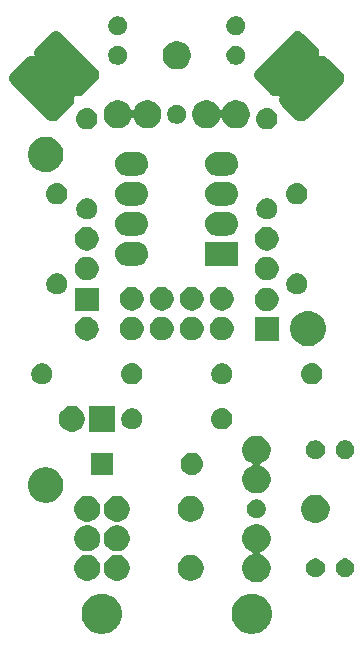
<source format=gbr>
G04 #@! TF.GenerationSoftware,KiCad,Pcbnew,5.0.1*
G04 #@! TF.CreationDate,2018-10-18T13:56:00+02:00*
G04 #@! TF.ProjectId,MicroFlux,4D6963726F466C75782E6B696361645F,rev?*
G04 #@! TF.SameCoordinates,Original*
G04 #@! TF.FileFunction,Soldermask,Top*
G04 #@! TF.FilePolarity,Negative*
%FSLAX46Y46*%
G04 Gerber Fmt 4.6, Leading zero omitted, Abs format (unit mm)*
G04 Created by KiCad (PCBNEW 5.0.1) date Thu 18 Oct 2018 01:56:00 PM CEST*
%MOMM*%
%LPD*%
G01*
G04 APERTURE LIST*
%ADD10C,0.100000*%
G04 APERTURE END LIST*
D10*
G36*
X190886393Y-112643553D02*
X190995872Y-112665330D01*
X191305252Y-112793479D01*
X191583687Y-112979523D01*
X191820477Y-113216313D01*
X192006521Y-113494748D01*
X192134670Y-113804128D01*
X192200000Y-114132565D01*
X192200000Y-114467435D01*
X192134670Y-114795872D01*
X192006521Y-115105252D01*
X191820477Y-115383687D01*
X191583687Y-115620477D01*
X191305252Y-115806521D01*
X190995872Y-115934670D01*
X190886393Y-115956447D01*
X190667437Y-116000000D01*
X190332563Y-116000000D01*
X190113607Y-115956447D01*
X190004128Y-115934670D01*
X189694748Y-115806521D01*
X189416313Y-115620477D01*
X189179523Y-115383687D01*
X188993479Y-115105252D01*
X188865330Y-114795872D01*
X188800000Y-114467435D01*
X188800000Y-114132565D01*
X188865330Y-113804128D01*
X188993479Y-113494748D01*
X189179523Y-113216313D01*
X189416313Y-112979523D01*
X189694748Y-112793479D01*
X190004128Y-112665330D01*
X190113607Y-112643553D01*
X190332563Y-112600000D01*
X190667437Y-112600000D01*
X190886393Y-112643553D01*
X190886393Y-112643553D01*
G37*
G36*
X178186393Y-112643553D02*
X178295872Y-112665330D01*
X178605252Y-112793479D01*
X178883687Y-112979523D01*
X179120477Y-113216313D01*
X179306521Y-113494748D01*
X179434670Y-113804128D01*
X179500000Y-114132565D01*
X179500000Y-114467435D01*
X179434670Y-114795872D01*
X179306521Y-115105252D01*
X179120477Y-115383687D01*
X178883687Y-115620477D01*
X178605252Y-115806521D01*
X178295872Y-115934670D01*
X178186393Y-115956447D01*
X177967437Y-116000000D01*
X177632563Y-116000000D01*
X177413607Y-115956447D01*
X177304128Y-115934670D01*
X176994748Y-115806521D01*
X176716313Y-115620477D01*
X176479523Y-115383687D01*
X176293479Y-115105252D01*
X176165330Y-114795872D01*
X176100000Y-114467435D01*
X176100000Y-114132565D01*
X176165330Y-113804128D01*
X176293479Y-113494748D01*
X176479523Y-113216313D01*
X176716313Y-112979523D01*
X176994748Y-112793479D01*
X177304128Y-112665330D01*
X177413607Y-112643553D01*
X177632563Y-112600000D01*
X177967437Y-112600000D01*
X178186393Y-112643553D01*
X178186393Y-112643553D01*
G37*
G36*
X191240026Y-106756115D02*
X191458412Y-106846573D01*
X191654958Y-106977901D01*
X191822099Y-107145042D01*
X191953427Y-107341588D01*
X192043885Y-107559974D01*
X192090000Y-107791809D01*
X192090000Y-108028191D01*
X192043885Y-108260026D01*
X191953427Y-108478412D01*
X191822099Y-108674958D01*
X191654958Y-108842099D01*
X191458412Y-108973427D01*
X191286790Y-109044515D01*
X191265179Y-109056066D01*
X191246237Y-109071612D01*
X191230691Y-109090554D01*
X191219140Y-109112164D01*
X191212027Y-109135614D01*
X191209625Y-109160000D01*
X191212027Y-109184386D01*
X191219140Y-109207835D01*
X191230691Y-109229446D01*
X191246237Y-109248388D01*
X191265179Y-109263934D01*
X191286790Y-109275485D01*
X191458412Y-109346573D01*
X191654958Y-109477901D01*
X191822099Y-109645042D01*
X191953427Y-109841588D01*
X192043885Y-110059974D01*
X192090000Y-110291809D01*
X192090000Y-110528191D01*
X192043885Y-110760026D01*
X191953427Y-110978412D01*
X191822099Y-111174958D01*
X191654958Y-111342099D01*
X191458412Y-111473427D01*
X191240026Y-111563885D01*
X191008191Y-111610000D01*
X190771809Y-111610000D01*
X190539974Y-111563885D01*
X190321588Y-111473427D01*
X190125042Y-111342099D01*
X189957901Y-111174958D01*
X189826573Y-110978412D01*
X189736115Y-110760026D01*
X189690000Y-110528191D01*
X189690000Y-110291809D01*
X189736115Y-110059974D01*
X189826573Y-109841588D01*
X189957901Y-109645042D01*
X190125042Y-109477901D01*
X190321588Y-109346573D01*
X190493210Y-109275485D01*
X190514821Y-109263934D01*
X190533763Y-109248388D01*
X190549309Y-109229446D01*
X190560860Y-109207836D01*
X190567973Y-109184386D01*
X190570375Y-109160000D01*
X190567973Y-109135614D01*
X190560860Y-109112165D01*
X190549309Y-109090554D01*
X190533763Y-109071612D01*
X190514821Y-109056066D01*
X190493210Y-109044515D01*
X190321588Y-108973427D01*
X190125042Y-108842099D01*
X189957901Y-108674958D01*
X189826573Y-108478412D01*
X189736115Y-108260026D01*
X189690000Y-108028191D01*
X189690000Y-107791809D01*
X189736115Y-107559974D01*
X189826573Y-107341588D01*
X189957901Y-107145042D01*
X190125042Y-106977901D01*
X190321588Y-106846573D01*
X190539974Y-106756115D01*
X190771809Y-106710000D01*
X191008191Y-106710000D01*
X191240026Y-106756115D01*
X191240026Y-106756115D01*
G37*
G36*
X176890857Y-109352272D02*
X177091042Y-109435191D01*
X177271213Y-109555578D01*
X177424422Y-109708787D01*
X177544809Y-109888958D01*
X177627728Y-110089143D01*
X177670000Y-110301658D01*
X177670000Y-110518342D01*
X177627728Y-110730857D01*
X177544809Y-110931042D01*
X177424422Y-111111213D01*
X177271213Y-111264422D01*
X177091042Y-111384809D01*
X176890857Y-111467728D01*
X176678342Y-111510000D01*
X176461658Y-111510000D01*
X176249143Y-111467728D01*
X176048958Y-111384809D01*
X175868787Y-111264422D01*
X175715578Y-111111213D01*
X175595191Y-110931042D01*
X175512272Y-110730857D01*
X175470000Y-110518342D01*
X175470000Y-110301658D01*
X175512272Y-110089143D01*
X175595191Y-109888958D01*
X175715578Y-109708787D01*
X175868787Y-109555578D01*
X176048958Y-109435191D01*
X176249143Y-109352272D01*
X176461658Y-109310000D01*
X176678342Y-109310000D01*
X176890857Y-109352272D01*
X176890857Y-109352272D01*
G37*
G36*
X185640857Y-109352272D02*
X185841042Y-109435191D01*
X186021213Y-109555578D01*
X186174422Y-109708787D01*
X186294809Y-109888958D01*
X186377728Y-110089143D01*
X186420000Y-110301658D01*
X186420000Y-110518342D01*
X186377728Y-110730857D01*
X186294809Y-110931042D01*
X186174422Y-111111213D01*
X186021213Y-111264422D01*
X185841042Y-111384809D01*
X185640857Y-111467728D01*
X185428342Y-111510000D01*
X185211658Y-111510000D01*
X184999143Y-111467728D01*
X184798958Y-111384809D01*
X184618787Y-111264422D01*
X184465578Y-111111213D01*
X184345191Y-110931042D01*
X184262272Y-110730857D01*
X184220000Y-110518342D01*
X184220000Y-110301658D01*
X184262272Y-110089143D01*
X184345191Y-109888958D01*
X184465578Y-109708787D01*
X184618787Y-109555578D01*
X184798958Y-109435191D01*
X184999143Y-109352272D01*
X185211658Y-109310000D01*
X185428342Y-109310000D01*
X185640857Y-109352272D01*
X185640857Y-109352272D01*
G37*
G36*
X179390857Y-109352272D02*
X179591042Y-109435191D01*
X179771213Y-109555578D01*
X179924422Y-109708787D01*
X180044809Y-109888958D01*
X180127728Y-110089143D01*
X180170000Y-110301658D01*
X180170000Y-110518342D01*
X180127728Y-110730857D01*
X180044809Y-110931042D01*
X179924422Y-111111213D01*
X179771213Y-111264422D01*
X179591042Y-111384809D01*
X179390857Y-111467728D01*
X179178342Y-111510000D01*
X178961658Y-111510000D01*
X178749143Y-111467728D01*
X178548958Y-111384809D01*
X178368787Y-111264422D01*
X178215578Y-111111213D01*
X178095191Y-110931042D01*
X178012272Y-110730857D01*
X177970000Y-110518342D01*
X177970000Y-110301658D01*
X178012272Y-110089143D01*
X178095191Y-109888958D01*
X178215578Y-109708787D01*
X178368787Y-109555578D01*
X178548958Y-109435191D01*
X178749143Y-109352272D01*
X178961658Y-109310000D01*
X179178342Y-109310000D01*
X179390857Y-109352272D01*
X179390857Y-109352272D01*
G37*
G36*
X196123352Y-109640743D02*
X196268941Y-109701048D01*
X196399973Y-109788601D01*
X196511399Y-109900027D01*
X196598952Y-110031059D01*
X196659257Y-110176648D01*
X196690000Y-110331205D01*
X196690000Y-110488795D01*
X196659257Y-110643352D01*
X196598952Y-110788941D01*
X196511399Y-110919973D01*
X196399973Y-111031399D01*
X196268941Y-111118952D01*
X196123352Y-111179257D01*
X195968795Y-111210000D01*
X195811205Y-111210000D01*
X195656648Y-111179257D01*
X195511059Y-111118952D01*
X195380027Y-111031399D01*
X195268601Y-110919973D01*
X195181048Y-110788941D01*
X195120743Y-110643352D01*
X195090000Y-110488795D01*
X195090000Y-110331205D01*
X195120743Y-110176648D01*
X195181048Y-110031059D01*
X195268601Y-109900027D01*
X195380027Y-109788601D01*
X195511059Y-109701048D01*
X195656648Y-109640743D01*
X195811205Y-109610000D01*
X195968795Y-109610000D01*
X196123352Y-109640743D01*
X196123352Y-109640743D01*
G37*
G36*
X198623352Y-109640743D02*
X198768941Y-109701048D01*
X198899973Y-109788601D01*
X199011399Y-109900027D01*
X199098952Y-110031059D01*
X199159257Y-110176648D01*
X199190000Y-110331205D01*
X199190000Y-110488795D01*
X199159257Y-110643352D01*
X199098952Y-110788941D01*
X199011399Y-110919973D01*
X198899973Y-111031399D01*
X198768941Y-111118952D01*
X198623352Y-111179257D01*
X198468795Y-111210000D01*
X198311205Y-111210000D01*
X198156648Y-111179257D01*
X198011059Y-111118952D01*
X197880027Y-111031399D01*
X197768601Y-110919973D01*
X197681048Y-110788941D01*
X197620743Y-110643352D01*
X197590000Y-110488795D01*
X197590000Y-110331205D01*
X197620743Y-110176648D01*
X197681048Y-110031059D01*
X197768601Y-109900027D01*
X197880027Y-109788601D01*
X198011059Y-109701048D01*
X198156648Y-109640743D01*
X198311205Y-109610000D01*
X198468795Y-109610000D01*
X198623352Y-109640743D01*
X198623352Y-109640743D01*
G37*
G36*
X179390857Y-106852272D02*
X179591042Y-106935191D01*
X179771213Y-107055578D01*
X179924422Y-107208787D01*
X180044809Y-107388958D01*
X180127728Y-107589143D01*
X180170000Y-107801658D01*
X180170000Y-108018342D01*
X180127728Y-108230857D01*
X180044809Y-108431042D01*
X179924422Y-108611213D01*
X179771213Y-108764422D01*
X179591042Y-108884809D01*
X179390857Y-108967728D01*
X179178342Y-109010000D01*
X178961658Y-109010000D01*
X178749143Y-108967728D01*
X178548958Y-108884809D01*
X178368787Y-108764422D01*
X178215578Y-108611213D01*
X178095191Y-108431042D01*
X178012272Y-108230857D01*
X177970000Y-108018342D01*
X177970000Y-107801658D01*
X178012272Y-107589143D01*
X178095191Y-107388958D01*
X178215578Y-107208787D01*
X178368787Y-107055578D01*
X178548958Y-106935191D01*
X178749143Y-106852272D01*
X178961658Y-106810000D01*
X179178342Y-106810000D01*
X179390857Y-106852272D01*
X179390857Y-106852272D01*
G37*
G36*
X176890857Y-106852272D02*
X177091042Y-106935191D01*
X177271213Y-107055578D01*
X177424422Y-107208787D01*
X177544809Y-107388958D01*
X177627728Y-107589143D01*
X177670000Y-107801658D01*
X177670000Y-108018342D01*
X177627728Y-108230857D01*
X177544809Y-108431042D01*
X177424422Y-108611213D01*
X177271213Y-108764422D01*
X177091042Y-108884809D01*
X176890857Y-108967728D01*
X176678342Y-109010000D01*
X176461658Y-109010000D01*
X176249143Y-108967728D01*
X176048958Y-108884809D01*
X175868787Y-108764422D01*
X175715578Y-108611213D01*
X175595191Y-108431042D01*
X175512272Y-108230857D01*
X175470000Y-108018342D01*
X175470000Y-107801658D01*
X175512272Y-107589143D01*
X175595191Y-107388958D01*
X175715578Y-107208787D01*
X175868787Y-107055578D01*
X176048958Y-106935191D01*
X176249143Y-106852272D01*
X176461658Y-106810000D01*
X176678342Y-106810000D01*
X176890857Y-106852272D01*
X176890857Y-106852272D01*
G37*
G36*
X196240026Y-104256115D02*
X196458412Y-104346573D01*
X196654958Y-104477901D01*
X196822099Y-104645042D01*
X196953427Y-104841588D01*
X197043885Y-105059974D01*
X197090000Y-105291809D01*
X197090000Y-105528191D01*
X197043885Y-105760026D01*
X196953427Y-105978412D01*
X196822099Y-106174958D01*
X196654958Y-106342099D01*
X196458412Y-106473427D01*
X196240026Y-106563885D01*
X196008191Y-106610000D01*
X195771809Y-106610000D01*
X195539974Y-106563885D01*
X195321588Y-106473427D01*
X195125042Y-106342099D01*
X194957901Y-106174958D01*
X194826573Y-105978412D01*
X194736115Y-105760026D01*
X194690000Y-105528191D01*
X194690000Y-105291809D01*
X194736115Y-105059974D01*
X194826573Y-104841588D01*
X194957901Y-104645042D01*
X195125042Y-104477901D01*
X195321588Y-104346573D01*
X195539974Y-104256115D01*
X195771809Y-104210000D01*
X196008191Y-104210000D01*
X196240026Y-104256115D01*
X196240026Y-104256115D01*
G37*
G36*
X185640857Y-104352272D02*
X185841042Y-104435191D01*
X186021213Y-104555578D01*
X186174422Y-104708787D01*
X186294809Y-104888958D01*
X186377728Y-105089143D01*
X186420000Y-105301658D01*
X186420000Y-105518342D01*
X186377728Y-105730857D01*
X186294809Y-105931042D01*
X186174422Y-106111213D01*
X186021213Y-106264422D01*
X185841042Y-106384809D01*
X185640857Y-106467728D01*
X185428342Y-106510000D01*
X185211658Y-106510000D01*
X184999143Y-106467728D01*
X184798958Y-106384809D01*
X184618787Y-106264422D01*
X184465578Y-106111213D01*
X184345191Y-105931042D01*
X184262272Y-105730857D01*
X184220000Y-105518342D01*
X184220000Y-105301658D01*
X184262272Y-105089143D01*
X184345191Y-104888958D01*
X184465578Y-104708787D01*
X184618787Y-104555578D01*
X184798958Y-104435191D01*
X184999143Y-104352272D01*
X185211658Y-104310000D01*
X185428342Y-104310000D01*
X185640857Y-104352272D01*
X185640857Y-104352272D01*
G37*
G36*
X176890857Y-104352272D02*
X177091042Y-104435191D01*
X177271213Y-104555578D01*
X177424422Y-104708787D01*
X177544809Y-104888958D01*
X177627728Y-105089143D01*
X177670000Y-105301658D01*
X177670000Y-105518342D01*
X177627728Y-105730857D01*
X177544809Y-105931042D01*
X177424422Y-106111213D01*
X177271213Y-106264422D01*
X177091042Y-106384809D01*
X176890857Y-106467728D01*
X176678342Y-106510000D01*
X176461658Y-106510000D01*
X176249143Y-106467728D01*
X176048958Y-106384809D01*
X175868787Y-106264422D01*
X175715578Y-106111213D01*
X175595191Y-105931042D01*
X175512272Y-105730857D01*
X175470000Y-105518342D01*
X175470000Y-105301658D01*
X175512272Y-105089143D01*
X175595191Y-104888958D01*
X175715578Y-104708787D01*
X175868787Y-104555578D01*
X176048958Y-104435191D01*
X176249143Y-104352272D01*
X176461658Y-104310000D01*
X176678342Y-104310000D01*
X176890857Y-104352272D01*
X176890857Y-104352272D01*
G37*
G36*
X179390857Y-104352272D02*
X179591042Y-104435191D01*
X179771213Y-104555578D01*
X179924422Y-104708787D01*
X180044809Y-104888958D01*
X180127728Y-105089143D01*
X180170000Y-105301658D01*
X180170000Y-105518342D01*
X180127728Y-105730857D01*
X180044809Y-105931042D01*
X179924422Y-106111213D01*
X179771213Y-106264422D01*
X179591042Y-106384809D01*
X179390857Y-106467728D01*
X179178342Y-106510000D01*
X178961658Y-106510000D01*
X178749143Y-106467728D01*
X178548958Y-106384809D01*
X178368787Y-106264422D01*
X178215578Y-106111213D01*
X178095191Y-105931042D01*
X178012272Y-105730857D01*
X177970000Y-105518342D01*
X177970000Y-105301658D01*
X178012272Y-105089143D01*
X178095191Y-104888958D01*
X178215578Y-104708787D01*
X178368787Y-104555578D01*
X178548958Y-104435191D01*
X178749143Y-104352272D01*
X178961658Y-104310000D01*
X179178342Y-104310000D01*
X179390857Y-104352272D01*
X179390857Y-104352272D01*
G37*
G36*
X191123352Y-104640743D02*
X191268941Y-104701048D01*
X191399973Y-104788601D01*
X191511399Y-104900027D01*
X191598952Y-105031059D01*
X191659257Y-105176648D01*
X191690000Y-105331205D01*
X191690000Y-105488795D01*
X191659257Y-105643352D01*
X191598952Y-105788941D01*
X191511399Y-105919973D01*
X191399973Y-106031399D01*
X191268941Y-106118952D01*
X191123352Y-106179257D01*
X190968795Y-106210000D01*
X190811205Y-106210000D01*
X190656648Y-106179257D01*
X190511059Y-106118952D01*
X190380027Y-106031399D01*
X190268601Y-105919973D01*
X190181048Y-105788941D01*
X190120743Y-105643352D01*
X190090000Y-105488795D01*
X190090000Y-105331205D01*
X190120743Y-105176648D01*
X190181048Y-105031059D01*
X190268601Y-104900027D01*
X190380027Y-104788601D01*
X190511059Y-104701048D01*
X190656648Y-104640743D01*
X190811205Y-104610000D01*
X190968795Y-104610000D01*
X191123352Y-104640743D01*
X191123352Y-104640743D01*
G37*
G36*
X173390935Y-101938429D02*
X173487534Y-101957644D01*
X173760517Y-102070717D01*
X173871756Y-102145045D01*
X174006197Y-102234876D01*
X174215124Y-102443803D01*
X174379284Y-102689485D01*
X174492356Y-102962467D01*
X174550000Y-103252261D01*
X174550000Y-103547739D01*
X174492356Y-103837533D01*
X174379284Y-104110515D01*
X174215124Y-104356197D01*
X174006197Y-104565124D01*
X174006194Y-104565126D01*
X173760517Y-104729283D01*
X173487534Y-104842356D01*
X173390935Y-104861571D01*
X173197739Y-104900000D01*
X172902261Y-104900000D01*
X172709065Y-104861571D01*
X172612466Y-104842356D01*
X172339483Y-104729283D01*
X172093806Y-104565126D01*
X172093803Y-104565124D01*
X171884876Y-104356197D01*
X171720716Y-104110515D01*
X171607644Y-103837533D01*
X171550000Y-103547739D01*
X171550000Y-103252261D01*
X171607644Y-102962467D01*
X171720716Y-102689485D01*
X171884876Y-102443803D01*
X172093803Y-102234876D01*
X172228244Y-102145045D01*
X172339483Y-102070717D01*
X172612466Y-101957644D01*
X172709065Y-101938429D01*
X172902261Y-101900000D01*
X173197739Y-101900000D01*
X173390935Y-101938429D01*
X173390935Y-101938429D01*
G37*
G36*
X191240026Y-99256115D02*
X191458412Y-99346573D01*
X191654958Y-99477901D01*
X191822099Y-99645042D01*
X191953427Y-99841588D01*
X192043885Y-100059974D01*
X192090000Y-100291809D01*
X192090000Y-100528191D01*
X192043885Y-100760026D01*
X191953427Y-100978412D01*
X191822099Y-101174958D01*
X191654958Y-101342099D01*
X191458412Y-101473427D01*
X191286790Y-101544515D01*
X191265179Y-101556066D01*
X191246237Y-101571612D01*
X191230691Y-101590554D01*
X191219140Y-101612164D01*
X191212027Y-101635614D01*
X191209625Y-101660000D01*
X191212027Y-101684386D01*
X191219140Y-101707835D01*
X191230691Y-101729446D01*
X191246237Y-101748388D01*
X191265179Y-101763934D01*
X191286790Y-101775485D01*
X191458412Y-101846573D01*
X191654958Y-101977901D01*
X191822099Y-102145042D01*
X191953427Y-102341588D01*
X192043885Y-102559974D01*
X192090000Y-102791809D01*
X192090000Y-103028191D01*
X192043885Y-103260026D01*
X191953427Y-103478412D01*
X191822099Y-103674958D01*
X191654958Y-103842099D01*
X191458412Y-103973427D01*
X191240026Y-104063885D01*
X191008191Y-104110000D01*
X190771809Y-104110000D01*
X190539974Y-104063885D01*
X190321588Y-103973427D01*
X190125042Y-103842099D01*
X189957901Y-103674958D01*
X189826573Y-103478412D01*
X189736115Y-103260026D01*
X189690000Y-103028191D01*
X189690000Y-102791809D01*
X189736115Y-102559974D01*
X189826573Y-102341588D01*
X189957901Y-102145042D01*
X190125042Y-101977901D01*
X190321588Y-101846573D01*
X190493210Y-101775485D01*
X190514821Y-101763934D01*
X190533763Y-101748388D01*
X190549309Y-101729446D01*
X190560860Y-101707836D01*
X190567973Y-101684386D01*
X190570375Y-101660000D01*
X190567973Y-101635614D01*
X190560860Y-101612165D01*
X190549309Y-101590554D01*
X190533763Y-101571612D01*
X190514821Y-101556066D01*
X190493210Y-101544515D01*
X190321588Y-101473427D01*
X190125042Y-101342099D01*
X189957901Y-101174958D01*
X189826573Y-100978412D01*
X189736115Y-100760026D01*
X189690000Y-100528191D01*
X189690000Y-100291809D01*
X189736115Y-100059974D01*
X189826573Y-99841588D01*
X189957901Y-99645042D01*
X190125042Y-99477901D01*
X190321588Y-99346573D01*
X190539974Y-99256115D01*
X190771809Y-99210000D01*
X191008191Y-99210000D01*
X191240026Y-99256115D01*
X191240026Y-99256115D01*
G37*
G36*
X185536448Y-100656873D02*
X185606232Y-100663746D01*
X185695770Y-100690907D01*
X185785309Y-100718068D01*
X185950347Y-100806283D01*
X186095001Y-100924999D01*
X186213717Y-101069653D01*
X186301932Y-101234691D01*
X186356254Y-101413769D01*
X186374596Y-101600000D01*
X186356254Y-101786231D01*
X186301932Y-101965309D01*
X186213717Y-102130347D01*
X186095001Y-102275001D01*
X185950347Y-102393717D01*
X185785309Y-102481932D01*
X185695770Y-102509093D01*
X185606232Y-102536254D01*
X185536448Y-102543127D01*
X185466666Y-102550000D01*
X185373334Y-102550000D01*
X185303552Y-102543127D01*
X185233768Y-102536254D01*
X185144230Y-102509093D01*
X185054691Y-102481932D01*
X184889653Y-102393717D01*
X184744999Y-102275001D01*
X184626283Y-102130347D01*
X184538068Y-101965309D01*
X184483746Y-101786231D01*
X184465404Y-101600000D01*
X184483746Y-101413769D01*
X184538068Y-101234691D01*
X184626283Y-101069653D01*
X184744999Y-100924999D01*
X184889653Y-100806283D01*
X185054691Y-100718068D01*
X185144230Y-100690907D01*
X185233768Y-100663746D01*
X185373334Y-100650000D01*
X185466666Y-100650000D01*
X185536448Y-100656873D01*
X185536448Y-100656873D01*
G37*
G36*
X178750000Y-102550000D02*
X176850000Y-102550000D01*
X176850000Y-100650000D01*
X178750000Y-100650000D01*
X178750000Y-102550000D01*
X178750000Y-102550000D01*
G37*
G36*
X196123352Y-99640743D02*
X196268941Y-99701048D01*
X196399973Y-99788601D01*
X196511399Y-99900027D01*
X196598952Y-100031059D01*
X196659257Y-100176648D01*
X196690000Y-100331205D01*
X196690000Y-100488795D01*
X196659257Y-100643352D01*
X196598952Y-100788941D01*
X196511399Y-100919973D01*
X196399973Y-101031399D01*
X196268941Y-101118952D01*
X196123352Y-101179257D01*
X195968795Y-101210000D01*
X195811205Y-101210000D01*
X195656648Y-101179257D01*
X195511059Y-101118952D01*
X195380027Y-101031399D01*
X195268601Y-100919973D01*
X195181048Y-100788941D01*
X195120743Y-100643352D01*
X195090000Y-100488795D01*
X195090000Y-100331205D01*
X195120743Y-100176648D01*
X195181048Y-100031059D01*
X195268601Y-99900027D01*
X195380027Y-99788601D01*
X195511059Y-99701048D01*
X195656648Y-99640743D01*
X195811205Y-99610000D01*
X195968795Y-99610000D01*
X196123352Y-99640743D01*
X196123352Y-99640743D01*
G37*
G36*
X198623352Y-99640743D02*
X198768941Y-99701048D01*
X198899973Y-99788601D01*
X199011399Y-99900027D01*
X199098952Y-100031059D01*
X199159257Y-100176648D01*
X199190000Y-100331205D01*
X199190000Y-100488795D01*
X199159257Y-100643352D01*
X199098952Y-100788941D01*
X199011399Y-100919973D01*
X198899973Y-101031399D01*
X198768941Y-101118952D01*
X198623352Y-101179257D01*
X198468795Y-101210000D01*
X198311205Y-101210000D01*
X198156648Y-101179257D01*
X198011059Y-101118952D01*
X197880027Y-101031399D01*
X197768601Y-100919973D01*
X197681048Y-100788941D01*
X197620743Y-100643352D01*
X197590000Y-100488795D01*
X197590000Y-100331205D01*
X197620743Y-100176648D01*
X197681048Y-100031059D01*
X197768601Y-99900027D01*
X197880027Y-99788601D01*
X198011059Y-99701048D01*
X198156648Y-99640743D01*
X198311205Y-99610000D01*
X198468795Y-99610000D01*
X198623352Y-99640743D01*
X198623352Y-99640743D01*
G37*
G36*
X178900000Y-98890000D02*
X176700000Y-98890000D01*
X176700000Y-96690000D01*
X178900000Y-96690000D01*
X178900000Y-98890000D01*
X178900000Y-98890000D01*
G37*
G36*
X175580857Y-96732272D02*
X175781042Y-96815191D01*
X175781045Y-96815193D01*
X175944763Y-96924586D01*
X175961213Y-96935578D01*
X176114422Y-97088787D01*
X176114424Y-97088790D01*
X176114425Y-97088791D01*
X176155674Y-97150525D01*
X176234809Y-97268958D01*
X176317728Y-97469143D01*
X176360000Y-97681658D01*
X176360000Y-97898342D01*
X176317728Y-98110857D01*
X176234809Y-98311042D01*
X176234807Y-98311045D01*
X176115852Y-98489074D01*
X176114422Y-98491213D01*
X175961213Y-98644422D01*
X175961210Y-98644424D01*
X175961209Y-98644425D01*
X175912490Y-98676978D01*
X175781042Y-98764809D01*
X175580857Y-98847728D01*
X175368342Y-98890000D01*
X175151658Y-98890000D01*
X174939143Y-98847728D01*
X174738958Y-98764809D01*
X174607510Y-98676978D01*
X174558791Y-98644425D01*
X174558790Y-98644424D01*
X174558787Y-98644422D01*
X174405578Y-98491213D01*
X174404149Y-98489074D01*
X174285193Y-98311045D01*
X174285191Y-98311042D01*
X174202272Y-98110857D01*
X174160000Y-97898342D01*
X174160000Y-97681658D01*
X174202272Y-97469143D01*
X174285191Y-97268958D01*
X174364326Y-97150525D01*
X174405575Y-97088791D01*
X174405576Y-97088790D01*
X174405578Y-97088787D01*
X174558787Y-96935578D01*
X174575238Y-96924586D01*
X174738955Y-96815193D01*
X174738958Y-96815191D01*
X174939143Y-96732272D01*
X175151658Y-96690000D01*
X175368342Y-96690000D01*
X175580857Y-96732272D01*
X175580857Y-96732272D01*
G37*
G36*
X188136432Y-96903022D02*
X188306081Y-96954485D01*
X188462433Y-97038056D01*
X188599475Y-97150525D01*
X188711944Y-97287567D01*
X188795515Y-97443919D01*
X188846978Y-97613568D01*
X188864354Y-97790000D01*
X188846978Y-97966432D01*
X188795515Y-98136081D01*
X188711944Y-98292433D01*
X188599475Y-98429475D01*
X188462433Y-98541944D01*
X188306081Y-98625515D01*
X188136432Y-98676978D01*
X188004211Y-98690000D01*
X187915789Y-98690000D01*
X187783568Y-98676978D01*
X187613919Y-98625515D01*
X187457567Y-98541944D01*
X187320525Y-98429475D01*
X187208056Y-98292433D01*
X187124485Y-98136081D01*
X187073022Y-97966432D01*
X187055646Y-97790000D01*
X187073022Y-97613568D01*
X187124485Y-97443919D01*
X187208056Y-97287567D01*
X187320525Y-97150525D01*
X187457567Y-97038056D01*
X187613919Y-96954485D01*
X187783568Y-96903022D01*
X187915789Y-96890000D01*
X188004211Y-96890000D01*
X188136432Y-96903022D01*
X188136432Y-96903022D01*
G37*
G36*
X180602521Y-96924586D02*
X180766309Y-96992429D01*
X180913720Y-97090926D01*
X181039074Y-97216280D01*
X181137571Y-97363691D01*
X181205414Y-97527479D01*
X181240000Y-97701356D01*
X181240000Y-97878644D01*
X181205414Y-98052521D01*
X181137571Y-98216309D01*
X181039074Y-98363720D01*
X180913720Y-98489074D01*
X180766309Y-98587571D01*
X180602521Y-98655414D01*
X180428644Y-98690000D01*
X180251356Y-98690000D01*
X180077479Y-98655414D01*
X179913691Y-98587571D01*
X179766280Y-98489074D01*
X179640926Y-98363720D01*
X179542429Y-98216309D01*
X179474586Y-98052521D01*
X179440000Y-97878644D01*
X179440000Y-97701356D01*
X179474586Y-97527479D01*
X179542429Y-97363691D01*
X179640926Y-97216280D01*
X179766280Y-97090926D01*
X179913691Y-96992429D01*
X180077479Y-96924586D01*
X180251356Y-96890000D01*
X180428644Y-96890000D01*
X180602521Y-96924586D01*
X180602521Y-96924586D01*
G37*
G36*
X180516432Y-93093022D02*
X180686081Y-93144485D01*
X180842433Y-93228056D01*
X180979475Y-93340525D01*
X181091944Y-93477567D01*
X181175515Y-93633919D01*
X181226978Y-93803568D01*
X181244354Y-93980000D01*
X181226978Y-94156432D01*
X181175515Y-94326081D01*
X181091944Y-94482433D01*
X180979475Y-94619475D01*
X180842433Y-94731944D01*
X180686081Y-94815515D01*
X180516432Y-94866978D01*
X180384211Y-94880000D01*
X180295789Y-94880000D01*
X180163568Y-94866978D01*
X179993919Y-94815515D01*
X179837567Y-94731944D01*
X179700525Y-94619475D01*
X179588056Y-94482433D01*
X179504485Y-94326081D01*
X179453022Y-94156432D01*
X179435646Y-93980000D01*
X179453022Y-93803568D01*
X179504485Y-93633919D01*
X179588056Y-93477567D01*
X179700525Y-93340525D01*
X179837567Y-93228056D01*
X179993919Y-93144485D01*
X180163568Y-93093022D01*
X180295789Y-93080000D01*
X180384211Y-93080000D01*
X180516432Y-93093022D01*
X180516432Y-93093022D01*
G37*
G36*
X188222521Y-93114586D02*
X188386309Y-93182429D01*
X188533720Y-93280926D01*
X188659074Y-93406280D01*
X188757571Y-93553691D01*
X188825414Y-93717479D01*
X188860000Y-93891356D01*
X188860000Y-94068644D01*
X188825414Y-94242521D01*
X188757571Y-94406309D01*
X188659074Y-94553720D01*
X188533720Y-94679074D01*
X188386309Y-94777571D01*
X188222521Y-94845414D01*
X188048644Y-94880000D01*
X187871356Y-94880000D01*
X187697479Y-94845414D01*
X187533691Y-94777571D01*
X187386280Y-94679074D01*
X187260926Y-94553720D01*
X187162429Y-94406309D01*
X187094586Y-94242521D01*
X187060000Y-94068644D01*
X187060000Y-93891356D01*
X187094586Y-93717479D01*
X187162429Y-93553691D01*
X187260926Y-93406280D01*
X187386280Y-93280926D01*
X187533691Y-93182429D01*
X187697479Y-93114586D01*
X187871356Y-93080000D01*
X188048644Y-93080000D01*
X188222521Y-93114586D01*
X188222521Y-93114586D01*
G37*
G36*
X195756432Y-93093022D02*
X195926081Y-93144485D01*
X196082433Y-93228056D01*
X196219475Y-93340525D01*
X196331944Y-93477567D01*
X196415515Y-93633919D01*
X196466978Y-93803568D01*
X196484354Y-93980000D01*
X196466978Y-94156432D01*
X196415515Y-94326081D01*
X196331944Y-94482433D01*
X196219475Y-94619475D01*
X196082433Y-94731944D01*
X195926081Y-94815515D01*
X195756432Y-94866978D01*
X195624211Y-94880000D01*
X195535789Y-94880000D01*
X195403568Y-94866978D01*
X195233919Y-94815515D01*
X195077567Y-94731944D01*
X194940525Y-94619475D01*
X194828056Y-94482433D01*
X194744485Y-94326081D01*
X194693022Y-94156432D01*
X194675646Y-93980000D01*
X194693022Y-93803568D01*
X194744485Y-93633919D01*
X194828056Y-93477567D01*
X194940525Y-93340525D01*
X195077567Y-93228056D01*
X195233919Y-93144485D01*
X195403568Y-93093022D01*
X195535789Y-93080000D01*
X195624211Y-93080000D01*
X195756432Y-93093022D01*
X195756432Y-93093022D01*
G37*
G36*
X172982521Y-93114586D02*
X173146309Y-93182429D01*
X173293720Y-93280926D01*
X173419074Y-93406280D01*
X173517571Y-93553691D01*
X173585414Y-93717479D01*
X173620000Y-93891356D01*
X173620000Y-94068644D01*
X173585414Y-94242521D01*
X173517571Y-94406309D01*
X173419074Y-94553720D01*
X173293720Y-94679074D01*
X173146309Y-94777571D01*
X172982521Y-94845414D01*
X172808644Y-94880000D01*
X172631356Y-94880000D01*
X172457479Y-94845414D01*
X172293691Y-94777571D01*
X172146280Y-94679074D01*
X172020926Y-94553720D01*
X171922429Y-94406309D01*
X171854586Y-94242521D01*
X171820000Y-94068644D01*
X171820000Y-93891356D01*
X171854586Y-93717479D01*
X171922429Y-93553691D01*
X172020926Y-93406280D01*
X172146280Y-93280926D01*
X172293691Y-93182429D01*
X172457479Y-93114586D01*
X172631356Y-93080000D01*
X172808644Y-93080000D01*
X172982521Y-93114586D01*
X172982521Y-93114586D01*
G37*
G36*
X195590935Y-88688429D02*
X195687534Y-88707644D01*
X195960517Y-88820717D01*
X196202920Y-88982687D01*
X196206197Y-88984876D01*
X196415124Y-89193803D01*
X196415126Y-89193806D01*
X196579283Y-89439483D01*
X196692356Y-89712466D01*
X196750000Y-90002263D01*
X196750000Y-90297737D01*
X196692356Y-90587534D01*
X196579283Y-90860517D01*
X196521663Y-90946751D01*
X196415124Y-91106197D01*
X196206197Y-91315124D01*
X196206194Y-91315126D01*
X195960517Y-91479283D01*
X195687534Y-91592356D01*
X195590935Y-91611571D01*
X195397739Y-91650000D01*
X195102261Y-91650000D01*
X194909065Y-91611571D01*
X194812466Y-91592356D01*
X194539483Y-91479283D01*
X194293806Y-91315126D01*
X194293803Y-91315124D01*
X194084876Y-91106197D01*
X193978337Y-90946751D01*
X193920717Y-90860517D01*
X193807644Y-90587534D01*
X193750000Y-90297737D01*
X193750000Y-90002263D01*
X193807644Y-89712466D01*
X193920717Y-89439483D01*
X194084874Y-89193806D01*
X194084876Y-89193803D01*
X194293803Y-88984876D01*
X194297080Y-88982687D01*
X194539483Y-88820717D01*
X194812466Y-88707644D01*
X194909065Y-88688429D01*
X195102261Y-88650000D01*
X195397739Y-88650000D01*
X195590935Y-88688429D01*
X195590935Y-88688429D01*
G37*
G36*
X176705770Y-89185372D02*
X176821689Y-89208429D01*
X177003678Y-89283811D01*
X177167463Y-89393249D01*
X177306751Y-89532537D01*
X177416189Y-89696322D01*
X177491571Y-89878311D01*
X177514628Y-89994230D01*
X177530000Y-90071507D01*
X177530000Y-90268493D01*
X177514628Y-90345770D01*
X177491571Y-90461689D01*
X177416189Y-90643678D01*
X177306751Y-90807463D01*
X177167463Y-90946751D01*
X177003678Y-91056189D01*
X176821689Y-91131571D01*
X176705770Y-91154628D01*
X176628493Y-91170000D01*
X176431507Y-91170000D01*
X176354230Y-91154628D01*
X176238311Y-91131571D01*
X176056322Y-91056189D01*
X175892537Y-90946751D01*
X175753249Y-90807463D01*
X175643811Y-90643678D01*
X175568429Y-90461689D01*
X175545372Y-90345770D01*
X175530000Y-90268493D01*
X175530000Y-90071507D01*
X175545372Y-89994230D01*
X175568429Y-89878311D01*
X175643811Y-89696322D01*
X175753249Y-89532537D01*
X175892537Y-89393249D01*
X176056322Y-89283811D01*
X176238311Y-89208429D01*
X176354230Y-89185372D01*
X176431507Y-89170000D01*
X176628493Y-89170000D01*
X176705770Y-89185372D01*
X176705770Y-89185372D01*
G37*
G36*
X192770000Y-91170000D02*
X190770000Y-91170000D01*
X190770000Y-89170000D01*
X192770000Y-89170000D01*
X192770000Y-91170000D01*
X192770000Y-91170000D01*
G37*
G36*
X183055770Y-89145372D02*
X183171689Y-89168429D01*
X183353678Y-89243811D01*
X183517463Y-89353249D01*
X183656751Y-89492537D01*
X183766189Y-89656322D01*
X183841571Y-89838311D01*
X183849527Y-89878311D01*
X183874183Y-90002261D01*
X183880000Y-90031509D01*
X183880000Y-90228491D01*
X183841571Y-90421689D01*
X183766189Y-90603678D01*
X183656751Y-90767463D01*
X183517463Y-90906751D01*
X183353678Y-91016189D01*
X183171689Y-91091571D01*
X183055770Y-91114628D01*
X182978493Y-91130000D01*
X182781507Y-91130000D01*
X182704230Y-91114628D01*
X182588311Y-91091571D01*
X182406322Y-91016189D01*
X182242537Y-90906751D01*
X182103249Y-90767463D01*
X181993811Y-90603678D01*
X181918429Y-90421689D01*
X181880000Y-90228491D01*
X181880000Y-90031509D01*
X181885818Y-90002261D01*
X181910473Y-89878311D01*
X181918429Y-89838311D01*
X181993811Y-89656322D01*
X182103249Y-89492537D01*
X182242537Y-89353249D01*
X182406322Y-89243811D01*
X182588311Y-89168429D01*
X182704230Y-89145372D01*
X182781507Y-89130000D01*
X182978493Y-89130000D01*
X183055770Y-89145372D01*
X183055770Y-89145372D01*
G37*
G36*
X188135770Y-89145372D02*
X188251689Y-89168429D01*
X188433678Y-89243811D01*
X188597463Y-89353249D01*
X188736751Y-89492537D01*
X188846189Y-89656322D01*
X188921571Y-89838311D01*
X188929527Y-89878311D01*
X188954183Y-90002261D01*
X188960000Y-90031509D01*
X188960000Y-90228491D01*
X188921571Y-90421689D01*
X188846189Y-90603678D01*
X188736751Y-90767463D01*
X188597463Y-90906751D01*
X188433678Y-91016189D01*
X188251689Y-91091571D01*
X188135770Y-91114628D01*
X188058493Y-91130000D01*
X187861507Y-91130000D01*
X187784230Y-91114628D01*
X187668311Y-91091571D01*
X187486322Y-91016189D01*
X187322537Y-90906751D01*
X187183249Y-90767463D01*
X187073811Y-90603678D01*
X186998429Y-90421689D01*
X186960000Y-90228491D01*
X186960000Y-90031509D01*
X186965818Y-90002261D01*
X186990473Y-89878311D01*
X186998429Y-89838311D01*
X187073811Y-89656322D01*
X187183249Y-89492537D01*
X187322537Y-89353249D01*
X187486322Y-89243811D01*
X187668311Y-89168429D01*
X187784230Y-89145372D01*
X187861507Y-89130000D01*
X188058493Y-89130000D01*
X188135770Y-89145372D01*
X188135770Y-89145372D01*
G37*
G36*
X180515770Y-89145372D02*
X180631689Y-89168429D01*
X180813678Y-89243811D01*
X180977463Y-89353249D01*
X181116751Y-89492537D01*
X181226189Y-89656322D01*
X181301571Y-89838311D01*
X181309527Y-89878311D01*
X181334183Y-90002261D01*
X181340000Y-90031509D01*
X181340000Y-90228491D01*
X181301571Y-90421689D01*
X181226189Y-90603678D01*
X181116751Y-90767463D01*
X180977463Y-90906751D01*
X180813678Y-91016189D01*
X180631689Y-91091571D01*
X180515770Y-91114628D01*
X180438493Y-91130000D01*
X180241507Y-91130000D01*
X180164230Y-91114628D01*
X180048311Y-91091571D01*
X179866322Y-91016189D01*
X179702537Y-90906751D01*
X179563249Y-90767463D01*
X179453811Y-90603678D01*
X179378429Y-90421689D01*
X179340000Y-90228491D01*
X179340000Y-90031509D01*
X179345818Y-90002261D01*
X179370473Y-89878311D01*
X179378429Y-89838311D01*
X179453811Y-89656322D01*
X179563249Y-89492537D01*
X179702537Y-89353249D01*
X179866322Y-89243811D01*
X180048311Y-89168429D01*
X180164230Y-89145372D01*
X180241507Y-89130000D01*
X180438493Y-89130000D01*
X180515770Y-89145372D01*
X180515770Y-89145372D01*
G37*
G36*
X185595770Y-89145372D02*
X185711689Y-89168429D01*
X185893678Y-89243811D01*
X186057463Y-89353249D01*
X186196751Y-89492537D01*
X186306189Y-89656322D01*
X186381571Y-89838311D01*
X186389527Y-89878311D01*
X186414183Y-90002261D01*
X186420000Y-90031509D01*
X186420000Y-90228491D01*
X186381571Y-90421689D01*
X186306189Y-90603678D01*
X186196751Y-90767463D01*
X186057463Y-90906751D01*
X185893678Y-91016189D01*
X185711689Y-91091571D01*
X185595770Y-91114628D01*
X185518493Y-91130000D01*
X185321507Y-91130000D01*
X185244230Y-91114628D01*
X185128311Y-91091571D01*
X184946322Y-91016189D01*
X184782537Y-90906751D01*
X184643249Y-90767463D01*
X184533811Y-90603678D01*
X184458429Y-90421689D01*
X184420000Y-90228491D01*
X184420000Y-90031509D01*
X184425818Y-90002261D01*
X184450473Y-89878311D01*
X184458429Y-89838311D01*
X184533811Y-89656322D01*
X184643249Y-89492537D01*
X184782537Y-89353249D01*
X184946322Y-89243811D01*
X185128311Y-89168429D01*
X185244230Y-89145372D01*
X185321507Y-89130000D01*
X185518493Y-89130000D01*
X185595770Y-89145372D01*
X185595770Y-89145372D01*
G37*
G36*
X177530000Y-88670000D02*
X175530000Y-88670000D01*
X175530000Y-86670000D01*
X177530000Y-86670000D01*
X177530000Y-88670000D01*
X177530000Y-88670000D01*
G37*
G36*
X191945770Y-86685372D02*
X192061689Y-86708429D01*
X192243678Y-86783811D01*
X192407463Y-86893249D01*
X192546751Y-87032537D01*
X192656189Y-87196322D01*
X192731571Y-87378311D01*
X192770000Y-87571509D01*
X192770000Y-87768491D01*
X192731571Y-87961689D01*
X192656189Y-88143678D01*
X192546751Y-88307463D01*
X192407463Y-88446751D01*
X192243678Y-88556189D01*
X192061689Y-88631571D01*
X191945770Y-88654628D01*
X191868493Y-88670000D01*
X191671507Y-88670000D01*
X191594230Y-88654628D01*
X191478311Y-88631571D01*
X191296322Y-88556189D01*
X191132537Y-88446751D01*
X190993249Y-88307463D01*
X190883811Y-88143678D01*
X190808429Y-87961689D01*
X190770000Y-87768491D01*
X190770000Y-87571509D01*
X190808429Y-87378311D01*
X190883811Y-87196322D01*
X190993249Y-87032537D01*
X191132537Y-86893249D01*
X191296322Y-86783811D01*
X191478311Y-86708429D01*
X191594230Y-86685372D01*
X191671507Y-86670000D01*
X191868493Y-86670000D01*
X191945770Y-86685372D01*
X191945770Y-86685372D01*
G37*
G36*
X185595770Y-86645372D02*
X185711689Y-86668429D01*
X185893678Y-86743811D01*
X186057463Y-86853249D01*
X186196751Y-86992537D01*
X186306189Y-87156322D01*
X186381571Y-87338311D01*
X186420000Y-87531509D01*
X186420000Y-87728491D01*
X186381571Y-87921689D01*
X186306189Y-88103678D01*
X186196751Y-88267463D01*
X186057463Y-88406751D01*
X185893678Y-88516189D01*
X185711689Y-88591571D01*
X185595770Y-88614628D01*
X185518493Y-88630000D01*
X185321507Y-88630000D01*
X185244230Y-88614628D01*
X185128311Y-88591571D01*
X184946322Y-88516189D01*
X184782537Y-88406751D01*
X184643249Y-88267463D01*
X184533811Y-88103678D01*
X184458429Y-87921689D01*
X184420000Y-87728491D01*
X184420000Y-87531509D01*
X184458429Y-87338311D01*
X184533811Y-87156322D01*
X184643249Y-86992537D01*
X184782537Y-86853249D01*
X184946322Y-86743811D01*
X185128311Y-86668429D01*
X185244230Y-86645372D01*
X185321507Y-86630000D01*
X185518493Y-86630000D01*
X185595770Y-86645372D01*
X185595770Y-86645372D01*
G37*
G36*
X180515770Y-86645372D02*
X180631689Y-86668429D01*
X180813678Y-86743811D01*
X180977463Y-86853249D01*
X181116751Y-86992537D01*
X181226189Y-87156322D01*
X181301571Y-87338311D01*
X181340000Y-87531509D01*
X181340000Y-87728491D01*
X181301571Y-87921689D01*
X181226189Y-88103678D01*
X181116751Y-88267463D01*
X180977463Y-88406751D01*
X180813678Y-88516189D01*
X180631689Y-88591571D01*
X180515770Y-88614628D01*
X180438493Y-88630000D01*
X180241507Y-88630000D01*
X180164230Y-88614628D01*
X180048311Y-88591571D01*
X179866322Y-88516189D01*
X179702537Y-88406751D01*
X179563249Y-88267463D01*
X179453811Y-88103678D01*
X179378429Y-87921689D01*
X179340000Y-87728491D01*
X179340000Y-87531509D01*
X179378429Y-87338311D01*
X179453811Y-87156322D01*
X179563249Y-86992537D01*
X179702537Y-86853249D01*
X179866322Y-86743811D01*
X180048311Y-86668429D01*
X180164230Y-86645372D01*
X180241507Y-86630000D01*
X180438493Y-86630000D01*
X180515770Y-86645372D01*
X180515770Y-86645372D01*
G37*
G36*
X188135770Y-86645372D02*
X188251689Y-86668429D01*
X188433678Y-86743811D01*
X188597463Y-86853249D01*
X188736751Y-86992537D01*
X188846189Y-87156322D01*
X188921571Y-87338311D01*
X188960000Y-87531509D01*
X188960000Y-87728491D01*
X188921571Y-87921689D01*
X188846189Y-88103678D01*
X188736751Y-88267463D01*
X188597463Y-88406751D01*
X188433678Y-88516189D01*
X188251689Y-88591571D01*
X188135770Y-88614628D01*
X188058493Y-88630000D01*
X187861507Y-88630000D01*
X187784230Y-88614628D01*
X187668311Y-88591571D01*
X187486322Y-88516189D01*
X187322537Y-88406751D01*
X187183249Y-88267463D01*
X187073811Y-88103678D01*
X186998429Y-87921689D01*
X186960000Y-87728491D01*
X186960000Y-87531509D01*
X186998429Y-87338311D01*
X187073811Y-87156322D01*
X187183249Y-86992537D01*
X187322537Y-86853249D01*
X187486322Y-86743811D01*
X187668311Y-86668429D01*
X187784230Y-86645372D01*
X187861507Y-86630000D01*
X188058493Y-86630000D01*
X188135770Y-86645372D01*
X188135770Y-86645372D01*
G37*
G36*
X183055770Y-86645372D02*
X183171689Y-86668429D01*
X183353678Y-86743811D01*
X183517463Y-86853249D01*
X183656751Y-86992537D01*
X183766189Y-87156322D01*
X183841571Y-87338311D01*
X183880000Y-87531509D01*
X183880000Y-87728491D01*
X183841571Y-87921689D01*
X183766189Y-88103678D01*
X183656751Y-88267463D01*
X183517463Y-88406751D01*
X183353678Y-88516189D01*
X183171689Y-88591571D01*
X183055770Y-88614628D01*
X182978493Y-88630000D01*
X182781507Y-88630000D01*
X182704230Y-88614628D01*
X182588311Y-88591571D01*
X182406322Y-88516189D01*
X182242537Y-88406751D01*
X182103249Y-88267463D01*
X181993811Y-88103678D01*
X181918429Y-87921689D01*
X181880000Y-87728491D01*
X181880000Y-87531509D01*
X181918429Y-87338311D01*
X181993811Y-87156322D01*
X182103249Y-86992537D01*
X182242537Y-86853249D01*
X182406322Y-86743811D01*
X182588311Y-86668429D01*
X182704230Y-86645372D01*
X182781507Y-86630000D01*
X182978493Y-86630000D01*
X183055770Y-86645372D01*
X183055770Y-86645372D01*
G37*
G36*
X194572521Y-85494586D02*
X194736309Y-85562429D01*
X194883720Y-85660926D01*
X195009074Y-85786280D01*
X195107571Y-85933691D01*
X195175414Y-86097479D01*
X195210000Y-86271356D01*
X195210000Y-86448644D01*
X195175414Y-86622521D01*
X195107571Y-86786309D01*
X195009074Y-86933720D01*
X194883720Y-87059074D01*
X194736309Y-87157571D01*
X194572521Y-87225414D01*
X194398644Y-87260000D01*
X194221356Y-87260000D01*
X194047479Y-87225414D01*
X193883691Y-87157571D01*
X193736280Y-87059074D01*
X193610926Y-86933720D01*
X193512429Y-86786309D01*
X193444586Y-86622521D01*
X193410000Y-86448644D01*
X193410000Y-86271356D01*
X193444586Y-86097479D01*
X193512429Y-85933691D01*
X193610926Y-85786280D01*
X193736280Y-85660926D01*
X193883691Y-85562429D01*
X194047479Y-85494586D01*
X194221356Y-85460000D01*
X194398644Y-85460000D01*
X194572521Y-85494586D01*
X194572521Y-85494586D01*
G37*
G36*
X174252521Y-85494586D02*
X174416309Y-85562429D01*
X174563720Y-85660926D01*
X174689074Y-85786280D01*
X174787571Y-85933691D01*
X174855414Y-86097479D01*
X174890000Y-86271356D01*
X174890000Y-86448644D01*
X174855414Y-86622521D01*
X174787571Y-86786309D01*
X174689074Y-86933720D01*
X174563720Y-87059074D01*
X174416309Y-87157571D01*
X174252521Y-87225414D01*
X174078644Y-87260000D01*
X173901356Y-87260000D01*
X173727479Y-87225414D01*
X173563691Y-87157571D01*
X173416280Y-87059074D01*
X173290926Y-86933720D01*
X173192429Y-86786309D01*
X173124586Y-86622521D01*
X173090000Y-86448644D01*
X173090000Y-86271356D01*
X173124586Y-86097479D01*
X173192429Y-85933691D01*
X173290926Y-85786280D01*
X173416280Y-85660926D01*
X173563691Y-85562429D01*
X173727479Y-85494586D01*
X173901356Y-85460000D01*
X174078644Y-85460000D01*
X174252521Y-85494586D01*
X174252521Y-85494586D01*
G37*
G36*
X176705770Y-84065372D02*
X176821689Y-84088429D01*
X177003678Y-84163811D01*
X177167463Y-84273249D01*
X177306751Y-84412537D01*
X177416189Y-84576322D01*
X177491571Y-84758311D01*
X177530000Y-84951509D01*
X177530000Y-85148491D01*
X177491571Y-85341689D01*
X177416189Y-85523678D01*
X177306751Y-85687463D01*
X177167463Y-85826751D01*
X177003678Y-85936189D01*
X176821689Y-86011571D01*
X176705770Y-86034628D01*
X176628493Y-86050000D01*
X176431507Y-86050000D01*
X176354230Y-86034628D01*
X176238311Y-86011571D01*
X176056322Y-85936189D01*
X175892537Y-85826751D01*
X175753249Y-85687463D01*
X175643811Y-85523678D01*
X175568429Y-85341689D01*
X175530000Y-85148491D01*
X175530000Y-84951509D01*
X175568429Y-84758311D01*
X175643811Y-84576322D01*
X175753249Y-84412537D01*
X175892537Y-84273249D01*
X176056322Y-84163811D01*
X176238311Y-84088429D01*
X176354230Y-84065372D01*
X176431507Y-84050000D01*
X176628493Y-84050000D01*
X176705770Y-84065372D01*
X176705770Y-84065372D01*
G37*
G36*
X191945770Y-84065372D02*
X192061689Y-84088429D01*
X192243678Y-84163811D01*
X192407463Y-84273249D01*
X192546751Y-84412537D01*
X192656189Y-84576322D01*
X192731571Y-84758311D01*
X192770000Y-84951509D01*
X192770000Y-85148491D01*
X192731571Y-85341689D01*
X192656189Y-85523678D01*
X192546751Y-85687463D01*
X192407463Y-85826751D01*
X192243678Y-85936189D01*
X192061689Y-86011571D01*
X191945770Y-86034628D01*
X191868493Y-86050000D01*
X191671507Y-86050000D01*
X191594230Y-86034628D01*
X191478311Y-86011571D01*
X191296322Y-85936189D01*
X191132537Y-85826751D01*
X190993249Y-85687463D01*
X190883811Y-85523678D01*
X190808429Y-85341689D01*
X190770000Y-85148491D01*
X190770000Y-84951509D01*
X190808429Y-84758311D01*
X190883811Y-84576322D01*
X190993249Y-84412537D01*
X191132537Y-84273249D01*
X191296322Y-84163811D01*
X191478311Y-84088429D01*
X191594230Y-84065372D01*
X191671507Y-84050000D01*
X191868493Y-84050000D01*
X191945770Y-84065372D01*
X191945770Y-84065372D01*
G37*
G36*
X180936030Y-82834469D02*
X180936033Y-82834470D01*
X180936034Y-82834470D01*
X181124535Y-82891651D01*
X181124537Y-82891652D01*
X181298260Y-82984509D01*
X181450528Y-83109472D01*
X181575491Y-83261740D01*
X181575492Y-83261742D01*
X181668349Y-83435465D01*
X181725530Y-83623966D01*
X181725531Y-83623970D01*
X181744838Y-83820000D01*
X181725531Y-84016030D01*
X181725530Y-84016033D01*
X181725530Y-84016034D01*
X181715227Y-84050000D01*
X181668348Y-84204537D01*
X181575491Y-84378260D01*
X181450528Y-84530528D01*
X181298260Y-84655491D01*
X181298258Y-84655492D01*
X181124535Y-84748349D01*
X180936034Y-84805530D01*
X180936033Y-84805530D01*
X180936030Y-84805531D01*
X180789124Y-84820000D01*
X179890876Y-84820000D01*
X179743970Y-84805531D01*
X179743967Y-84805530D01*
X179743966Y-84805530D01*
X179555465Y-84748349D01*
X179381742Y-84655492D01*
X179381740Y-84655491D01*
X179229472Y-84530528D01*
X179104509Y-84378260D01*
X179011652Y-84204537D01*
X178964774Y-84050000D01*
X178954470Y-84016034D01*
X178954470Y-84016033D01*
X178954469Y-84016030D01*
X178935162Y-83820000D01*
X178954469Y-83623970D01*
X178954470Y-83623966D01*
X179011651Y-83435465D01*
X179104508Y-83261742D01*
X179104509Y-83261740D01*
X179229472Y-83109472D01*
X179381740Y-82984509D01*
X179555463Y-82891652D01*
X179555465Y-82891651D01*
X179743966Y-82834470D01*
X179743967Y-82834470D01*
X179743970Y-82834469D01*
X179890876Y-82820000D01*
X180789124Y-82820000D01*
X180936030Y-82834469D01*
X180936030Y-82834469D01*
G37*
G36*
X189360000Y-84820000D02*
X186560000Y-84820000D01*
X186560000Y-82820000D01*
X189360000Y-82820000D01*
X189360000Y-84820000D01*
X189360000Y-84820000D01*
G37*
G36*
X191945770Y-81565372D02*
X192061689Y-81588429D01*
X192243678Y-81663811D01*
X192407463Y-81773249D01*
X192546751Y-81912537D01*
X192656189Y-82076322D01*
X192731571Y-82258311D01*
X192770000Y-82451509D01*
X192770000Y-82648491D01*
X192731571Y-82841689D01*
X192656189Y-83023678D01*
X192546751Y-83187463D01*
X192407463Y-83326751D01*
X192243678Y-83436189D01*
X192061689Y-83511571D01*
X191945770Y-83534628D01*
X191868493Y-83550000D01*
X191671507Y-83550000D01*
X191594230Y-83534628D01*
X191478311Y-83511571D01*
X191296322Y-83436189D01*
X191132537Y-83326751D01*
X190993249Y-83187463D01*
X190883811Y-83023678D01*
X190808429Y-82841689D01*
X190770000Y-82648491D01*
X190770000Y-82451509D01*
X190808429Y-82258311D01*
X190883811Y-82076322D01*
X190993249Y-81912537D01*
X191132537Y-81773249D01*
X191296322Y-81663811D01*
X191478311Y-81588429D01*
X191594230Y-81565372D01*
X191671507Y-81550000D01*
X191868493Y-81550000D01*
X191945770Y-81565372D01*
X191945770Y-81565372D01*
G37*
G36*
X176705770Y-81565372D02*
X176821689Y-81588429D01*
X177003678Y-81663811D01*
X177167463Y-81773249D01*
X177306751Y-81912537D01*
X177416189Y-82076322D01*
X177491571Y-82258311D01*
X177530000Y-82451509D01*
X177530000Y-82648491D01*
X177491571Y-82841689D01*
X177416189Y-83023678D01*
X177306751Y-83187463D01*
X177167463Y-83326751D01*
X177003678Y-83436189D01*
X176821689Y-83511571D01*
X176705770Y-83534628D01*
X176628493Y-83550000D01*
X176431507Y-83550000D01*
X176354230Y-83534628D01*
X176238311Y-83511571D01*
X176056322Y-83436189D01*
X175892537Y-83326751D01*
X175753249Y-83187463D01*
X175643811Y-83023678D01*
X175568429Y-82841689D01*
X175530000Y-82648491D01*
X175530000Y-82451509D01*
X175568429Y-82258311D01*
X175643811Y-82076322D01*
X175753249Y-81912537D01*
X175892537Y-81773249D01*
X176056322Y-81663811D01*
X176238311Y-81588429D01*
X176354230Y-81565372D01*
X176431507Y-81550000D01*
X176628493Y-81550000D01*
X176705770Y-81565372D01*
X176705770Y-81565372D01*
G37*
G36*
X188556030Y-80294469D02*
X188556033Y-80294470D01*
X188556034Y-80294470D01*
X188744535Y-80351651D01*
X188744537Y-80351652D01*
X188918260Y-80444509D01*
X189070528Y-80569472D01*
X189195491Y-80721740D01*
X189288348Y-80895463D01*
X189345531Y-81083970D01*
X189364838Y-81280000D01*
X189345531Y-81476030D01*
X189345530Y-81476033D01*
X189345530Y-81476034D01*
X189288569Y-81663811D01*
X189288348Y-81664537D01*
X189195491Y-81838260D01*
X189070528Y-81990528D01*
X188918260Y-82115491D01*
X188918258Y-82115492D01*
X188744535Y-82208349D01*
X188556034Y-82265530D01*
X188556033Y-82265530D01*
X188556030Y-82265531D01*
X188409124Y-82280000D01*
X187510876Y-82280000D01*
X187363970Y-82265531D01*
X187363967Y-82265530D01*
X187363966Y-82265530D01*
X187175465Y-82208349D01*
X187001742Y-82115492D01*
X187001740Y-82115491D01*
X186849472Y-81990528D01*
X186724509Y-81838260D01*
X186631652Y-81664537D01*
X186631432Y-81663811D01*
X186574470Y-81476034D01*
X186574470Y-81476033D01*
X186574469Y-81476030D01*
X186555162Y-81280000D01*
X186574469Y-81083970D01*
X186631652Y-80895463D01*
X186724509Y-80721740D01*
X186849472Y-80569472D01*
X187001740Y-80444509D01*
X187175463Y-80351652D01*
X187175465Y-80351651D01*
X187363966Y-80294470D01*
X187363967Y-80294470D01*
X187363970Y-80294469D01*
X187510876Y-80280000D01*
X188409124Y-80280000D01*
X188556030Y-80294469D01*
X188556030Y-80294469D01*
G37*
G36*
X180936030Y-80294469D02*
X180936033Y-80294470D01*
X180936034Y-80294470D01*
X181124535Y-80351651D01*
X181124537Y-80351652D01*
X181298260Y-80444509D01*
X181450528Y-80569472D01*
X181575491Y-80721740D01*
X181668348Y-80895463D01*
X181725531Y-81083970D01*
X181744838Y-81280000D01*
X181725531Y-81476030D01*
X181725530Y-81476033D01*
X181725530Y-81476034D01*
X181668569Y-81663811D01*
X181668348Y-81664537D01*
X181575491Y-81838260D01*
X181450528Y-81990528D01*
X181298260Y-82115491D01*
X181298258Y-82115492D01*
X181124535Y-82208349D01*
X180936034Y-82265530D01*
X180936033Y-82265530D01*
X180936030Y-82265531D01*
X180789124Y-82280000D01*
X179890876Y-82280000D01*
X179743970Y-82265531D01*
X179743967Y-82265530D01*
X179743966Y-82265530D01*
X179555465Y-82208349D01*
X179381742Y-82115492D01*
X179381740Y-82115491D01*
X179229472Y-81990528D01*
X179104509Y-81838260D01*
X179011652Y-81664537D01*
X179011432Y-81663811D01*
X178954470Y-81476034D01*
X178954470Y-81476033D01*
X178954469Y-81476030D01*
X178935162Y-81280000D01*
X178954469Y-81083970D01*
X179011652Y-80895463D01*
X179104509Y-80721740D01*
X179229472Y-80569472D01*
X179381740Y-80444509D01*
X179555463Y-80351652D01*
X179555465Y-80351651D01*
X179743966Y-80294470D01*
X179743967Y-80294470D01*
X179743970Y-80294469D01*
X179890876Y-80280000D01*
X180789124Y-80280000D01*
X180936030Y-80294469D01*
X180936030Y-80294469D01*
G37*
G36*
X192032521Y-79144586D02*
X192196309Y-79212429D01*
X192343720Y-79310926D01*
X192469074Y-79436280D01*
X192567571Y-79583691D01*
X192635414Y-79747479D01*
X192670000Y-79921356D01*
X192670000Y-80098644D01*
X192635414Y-80272521D01*
X192567571Y-80436309D01*
X192469074Y-80583720D01*
X192343720Y-80709074D01*
X192196309Y-80807571D01*
X192032521Y-80875414D01*
X191858644Y-80910000D01*
X191681356Y-80910000D01*
X191507479Y-80875414D01*
X191343691Y-80807571D01*
X191196280Y-80709074D01*
X191070926Y-80583720D01*
X190972429Y-80436309D01*
X190904586Y-80272521D01*
X190870000Y-80098644D01*
X190870000Y-79921356D01*
X190904586Y-79747479D01*
X190972429Y-79583691D01*
X191070926Y-79436280D01*
X191196280Y-79310926D01*
X191343691Y-79212429D01*
X191507479Y-79144586D01*
X191681356Y-79110000D01*
X191858644Y-79110000D01*
X192032521Y-79144586D01*
X192032521Y-79144586D01*
G37*
G36*
X176792521Y-79144586D02*
X176956309Y-79212429D01*
X177103720Y-79310926D01*
X177229074Y-79436280D01*
X177327571Y-79583691D01*
X177395414Y-79747479D01*
X177430000Y-79921356D01*
X177430000Y-80098644D01*
X177395414Y-80272521D01*
X177327571Y-80436309D01*
X177229074Y-80583720D01*
X177103720Y-80709074D01*
X176956309Y-80807571D01*
X176792521Y-80875414D01*
X176618644Y-80910000D01*
X176441356Y-80910000D01*
X176267479Y-80875414D01*
X176103691Y-80807571D01*
X175956280Y-80709074D01*
X175830926Y-80583720D01*
X175732429Y-80436309D01*
X175664586Y-80272521D01*
X175630000Y-80098644D01*
X175630000Y-79921356D01*
X175664586Y-79747479D01*
X175732429Y-79583691D01*
X175830926Y-79436280D01*
X175956280Y-79310926D01*
X176103691Y-79212429D01*
X176267479Y-79144586D01*
X176441356Y-79110000D01*
X176618644Y-79110000D01*
X176792521Y-79144586D01*
X176792521Y-79144586D01*
G37*
G36*
X180936030Y-77754469D02*
X180936033Y-77754470D01*
X180936034Y-77754470D01*
X181124535Y-77811651D01*
X181124537Y-77811652D01*
X181298260Y-77904509D01*
X181450528Y-78029472D01*
X181575491Y-78181740D01*
X181668348Y-78355463D01*
X181725531Y-78543970D01*
X181744838Y-78740000D01*
X181725531Y-78936030D01*
X181668348Y-79124537D01*
X181575491Y-79298260D01*
X181450528Y-79450528D01*
X181298260Y-79575491D01*
X181201935Y-79626978D01*
X181124535Y-79668349D01*
X180936034Y-79725530D01*
X180936033Y-79725530D01*
X180936030Y-79725531D01*
X180789124Y-79740000D01*
X179890876Y-79740000D01*
X179743970Y-79725531D01*
X179743967Y-79725530D01*
X179743966Y-79725530D01*
X179555465Y-79668349D01*
X179478065Y-79626978D01*
X179381740Y-79575491D01*
X179229472Y-79450528D01*
X179104509Y-79298260D01*
X179011652Y-79124537D01*
X178954469Y-78936030D01*
X178935162Y-78740000D01*
X178954469Y-78543970D01*
X179011652Y-78355463D01*
X179104509Y-78181740D01*
X179229472Y-78029472D01*
X179381740Y-77904509D01*
X179555463Y-77811652D01*
X179555465Y-77811651D01*
X179743966Y-77754470D01*
X179743967Y-77754470D01*
X179743970Y-77754469D01*
X179890876Y-77740000D01*
X180789124Y-77740000D01*
X180936030Y-77754469D01*
X180936030Y-77754469D01*
G37*
G36*
X188556030Y-77754469D02*
X188556033Y-77754470D01*
X188556034Y-77754470D01*
X188744535Y-77811651D01*
X188744537Y-77811652D01*
X188918260Y-77904509D01*
X189070528Y-78029472D01*
X189195491Y-78181740D01*
X189288348Y-78355463D01*
X189345531Y-78543970D01*
X189364838Y-78740000D01*
X189345531Y-78936030D01*
X189288348Y-79124537D01*
X189195491Y-79298260D01*
X189070528Y-79450528D01*
X188918260Y-79575491D01*
X188821935Y-79626978D01*
X188744535Y-79668349D01*
X188556034Y-79725530D01*
X188556033Y-79725530D01*
X188556030Y-79725531D01*
X188409124Y-79740000D01*
X187510876Y-79740000D01*
X187363970Y-79725531D01*
X187363967Y-79725530D01*
X187363966Y-79725530D01*
X187175465Y-79668349D01*
X187098065Y-79626978D01*
X187001740Y-79575491D01*
X186849472Y-79450528D01*
X186724509Y-79298260D01*
X186631652Y-79124537D01*
X186574469Y-78936030D01*
X186555162Y-78740000D01*
X186574469Y-78543970D01*
X186631652Y-78355463D01*
X186724509Y-78181740D01*
X186849472Y-78029472D01*
X187001740Y-77904509D01*
X187175463Y-77811652D01*
X187175465Y-77811651D01*
X187363966Y-77754470D01*
X187363967Y-77754470D01*
X187363970Y-77754469D01*
X187510876Y-77740000D01*
X188409124Y-77740000D01*
X188556030Y-77754469D01*
X188556030Y-77754469D01*
G37*
G36*
X174166432Y-77853022D02*
X174336081Y-77904485D01*
X174492433Y-77988056D01*
X174629475Y-78100525D01*
X174741944Y-78237567D01*
X174825515Y-78393919D01*
X174876978Y-78563568D01*
X174894354Y-78740000D01*
X174876978Y-78916432D01*
X174825515Y-79086081D01*
X174741944Y-79242433D01*
X174629475Y-79379475D01*
X174492433Y-79491944D01*
X174336081Y-79575515D01*
X174166432Y-79626978D01*
X174034211Y-79640000D01*
X173945789Y-79640000D01*
X173813568Y-79626978D01*
X173643919Y-79575515D01*
X173487567Y-79491944D01*
X173350525Y-79379475D01*
X173238056Y-79242433D01*
X173154485Y-79086081D01*
X173103022Y-78916432D01*
X173085646Y-78740000D01*
X173103022Y-78563568D01*
X173154485Y-78393919D01*
X173238056Y-78237567D01*
X173350525Y-78100525D01*
X173487567Y-77988056D01*
X173643919Y-77904485D01*
X173813568Y-77853022D01*
X173945789Y-77840000D01*
X174034211Y-77840000D01*
X174166432Y-77853022D01*
X174166432Y-77853022D01*
G37*
G36*
X194486432Y-77853022D02*
X194656081Y-77904485D01*
X194812433Y-77988056D01*
X194949475Y-78100525D01*
X195061944Y-78237567D01*
X195145515Y-78393919D01*
X195196978Y-78563568D01*
X195214354Y-78740000D01*
X195196978Y-78916432D01*
X195145515Y-79086081D01*
X195061944Y-79242433D01*
X194949475Y-79379475D01*
X194812433Y-79491944D01*
X194656081Y-79575515D01*
X194486432Y-79626978D01*
X194354211Y-79640000D01*
X194265789Y-79640000D01*
X194133568Y-79626978D01*
X193963919Y-79575515D01*
X193807567Y-79491944D01*
X193670525Y-79379475D01*
X193558056Y-79242433D01*
X193474485Y-79086081D01*
X193423022Y-78916432D01*
X193405646Y-78740000D01*
X193423022Y-78563568D01*
X193474485Y-78393919D01*
X193558056Y-78237567D01*
X193670525Y-78100525D01*
X193807567Y-77988056D01*
X193963919Y-77904485D01*
X194133568Y-77853022D01*
X194265789Y-77840000D01*
X194354211Y-77840000D01*
X194486432Y-77853022D01*
X194486432Y-77853022D01*
G37*
G36*
X188556030Y-75214469D02*
X188556033Y-75214470D01*
X188556034Y-75214470D01*
X188744535Y-75271651D01*
X188744537Y-75271652D01*
X188918260Y-75364509D01*
X189070528Y-75489472D01*
X189195491Y-75641740D01*
X189195492Y-75641742D01*
X189288349Y-75815465D01*
X189345530Y-76003966D01*
X189345531Y-76003970D01*
X189364838Y-76200000D01*
X189345531Y-76396030D01*
X189345530Y-76396033D01*
X189345530Y-76396034D01*
X189294237Y-76565126D01*
X189288348Y-76584537D01*
X189195491Y-76758260D01*
X189070528Y-76910528D01*
X188918260Y-77035491D01*
X188918258Y-77035492D01*
X188744535Y-77128349D01*
X188556034Y-77185530D01*
X188556033Y-77185530D01*
X188556030Y-77185531D01*
X188409124Y-77200000D01*
X187510876Y-77200000D01*
X187363970Y-77185531D01*
X187363967Y-77185530D01*
X187363966Y-77185530D01*
X187175465Y-77128349D01*
X187001742Y-77035492D01*
X187001740Y-77035491D01*
X186849472Y-76910528D01*
X186724509Y-76758260D01*
X186631652Y-76584537D01*
X186625764Y-76565126D01*
X186574470Y-76396034D01*
X186574470Y-76396033D01*
X186574469Y-76396030D01*
X186555162Y-76200000D01*
X186574469Y-76003970D01*
X186574470Y-76003966D01*
X186631651Y-75815465D01*
X186724508Y-75641742D01*
X186724509Y-75641740D01*
X186849472Y-75489472D01*
X187001740Y-75364509D01*
X187175463Y-75271652D01*
X187175465Y-75271651D01*
X187363966Y-75214470D01*
X187363967Y-75214470D01*
X187363970Y-75214469D01*
X187510876Y-75200000D01*
X188409124Y-75200000D01*
X188556030Y-75214469D01*
X188556030Y-75214469D01*
G37*
G36*
X180936030Y-75214469D02*
X180936033Y-75214470D01*
X180936034Y-75214470D01*
X181124535Y-75271651D01*
X181124537Y-75271652D01*
X181298260Y-75364509D01*
X181450528Y-75489472D01*
X181575491Y-75641740D01*
X181575492Y-75641742D01*
X181668349Y-75815465D01*
X181725530Y-76003966D01*
X181725531Y-76003970D01*
X181744838Y-76200000D01*
X181725531Y-76396030D01*
X181725530Y-76396033D01*
X181725530Y-76396034D01*
X181674237Y-76565126D01*
X181668348Y-76584537D01*
X181575491Y-76758260D01*
X181450528Y-76910528D01*
X181298260Y-77035491D01*
X181298258Y-77035492D01*
X181124535Y-77128349D01*
X180936034Y-77185530D01*
X180936033Y-77185530D01*
X180936030Y-77185531D01*
X180789124Y-77200000D01*
X179890876Y-77200000D01*
X179743970Y-77185531D01*
X179743967Y-77185530D01*
X179743966Y-77185530D01*
X179555465Y-77128349D01*
X179381742Y-77035492D01*
X179381740Y-77035491D01*
X179229472Y-76910528D01*
X179104509Y-76758260D01*
X179011652Y-76584537D01*
X179005764Y-76565126D01*
X178954470Y-76396034D01*
X178954470Y-76396033D01*
X178954469Y-76396030D01*
X178935162Y-76200000D01*
X178954469Y-76003970D01*
X178954470Y-76003966D01*
X179011651Y-75815465D01*
X179104508Y-75641742D01*
X179104509Y-75641740D01*
X179229472Y-75489472D01*
X179381740Y-75364509D01*
X179555463Y-75271652D01*
X179555465Y-75271651D01*
X179743966Y-75214470D01*
X179743967Y-75214470D01*
X179743970Y-75214469D01*
X179890876Y-75200000D01*
X180789124Y-75200000D01*
X180936030Y-75214469D01*
X180936030Y-75214469D01*
G37*
G36*
X173390935Y-73938429D02*
X173487534Y-73957644D01*
X173760517Y-74070717D01*
X174002920Y-74232687D01*
X174006197Y-74234876D01*
X174215124Y-74443803D01*
X174379284Y-74689485D01*
X174492356Y-74962467D01*
X174550000Y-75252261D01*
X174550000Y-75547739D01*
X174492356Y-75837533D01*
X174379284Y-76110515D01*
X174215124Y-76356197D01*
X174006197Y-76565124D01*
X174006194Y-76565126D01*
X173760517Y-76729283D01*
X173487534Y-76842356D01*
X173390935Y-76861571D01*
X173197739Y-76900000D01*
X172902261Y-76900000D01*
X172709065Y-76861571D01*
X172612466Y-76842356D01*
X172339483Y-76729283D01*
X172093806Y-76565126D01*
X172093803Y-76565124D01*
X171884876Y-76356197D01*
X171720716Y-76110515D01*
X171607644Y-75837533D01*
X171550000Y-75547739D01*
X171550000Y-75252261D01*
X171607644Y-74962467D01*
X171720716Y-74689485D01*
X171884876Y-74443803D01*
X172093803Y-74234876D01*
X172097080Y-74232687D01*
X172339483Y-74070717D01*
X172612466Y-73957644D01*
X172709065Y-73938429D01*
X172902261Y-73900000D01*
X173197739Y-73900000D01*
X173390935Y-73938429D01*
X173390935Y-73938429D01*
G37*
G36*
X176706432Y-71503022D02*
X176876081Y-71554485D01*
X177032433Y-71638056D01*
X177169475Y-71750525D01*
X177281944Y-71887567D01*
X177365515Y-72043919D01*
X177416978Y-72213568D01*
X177434354Y-72390000D01*
X177416978Y-72566432D01*
X177365515Y-72736081D01*
X177281944Y-72892433D01*
X177169475Y-73029475D01*
X177032433Y-73141944D01*
X176876081Y-73225515D01*
X176706432Y-73276978D01*
X176574211Y-73290000D01*
X176485789Y-73290000D01*
X176353568Y-73276978D01*
X176183919Y-73225515D01*
X176027567Y-73141944D01*
X175890525Y-73029475D01*
X175778056Y-72892433D01*
X175694485Y-72736081D01*
X175643022Y-72566432D01*
X175625646Y-72390000D01*
X175643022Y-72213568D01*
X175694485Y-72043919D01*
X175778056Y-71887567D01*
X175890525Y-71750525D01*
X176027567Y-71638056D01*
X176183919Y-71554485D01*
X176353568Y-71503022D01*
X176485789Y-71490000D01*
X176574211Y-71490000D01*
X176706432Y-71503022D01*
X176706432Y-71503022D01*
G37*
G36*
X191946432Y-71503022D02*
X192116081Y-71554485D01*
X192272433Y-71638056D01*
X192409475Y-71750525D01*
X192521944Y-71887567D01*
X192605515Y-72043919D01*
X192656978Y-72213568D01*
X192674354Y-72390000D01*
X192656978Y-72566432D01*
X192605515Y-72736081D01*
X192521944Y-72892433D01*
X192409475Y-73029475D01*
X192272433Y-73141944D01*
X192116081Y-73225515D01*
X191946432Y-73276978D01*
X191814211Y-73290000D01*
X191725789Y-73290000D01*
X191593568Y-73276978D01*
X191423919Y-73225515D01*
X191267567Y-73141944D01*
X191130525Y-73029475D01*
X191018056Y-72892433D01*
X190934485Y-72736081D01*
X190883022Y-72566432D01*
X190865646Y-72390000D01*
X190883022Y-72213568D01*
X190934485Y-72043919D01*
X191018056Y-71887567D01*
X191130525Y-71750525D01*
X191267567Y-71638056D01*
X191423919Y-71554485D01*
X191593568Y-71503022D01*
X191725789Y-71490000D01*
X191814211Y-71490000D01*
X191946432Y-71503022D01*
X191946432Y-71503022D01*
G37*
G36*
X187000026Y-70846115D02*
X187218412Y-70936573D01*
X187414958Y-71067901D01*
X187582099Y-71235042D01*
X187713427Y-71431588D01*
X187784515Y-71603210D01*
X187796066Y-71624821D01*
X187811612Y-71643763D01*
X187830554Y-71659309D01*
X187852164Y-71670860D01*
X187875614Y-71677973D01*
X187900000Y-71680375D01*
X187924386Y-71677973D01*
X187947835Y-71670860D01*
X187969446Y-71659309D01*
X187988388Y-71643763D01*
X188003934Y-71624821D01*
X188015485Y-71603210D01*
X188086573Y-71431588D01*
X188217901Y-71235042D01*
X188385042Y-71067901D01*
X188581588Y-70936573D01*
X188799974Y-70846115D01*
X189031809Y-70800000D01*
X189268191Y-70800000D01*
X189500026Y-70846115D01*
X189718412Y-70936573D01*
X189914958Y-71067901D01*
X190082099Y-71235042D01*
X190213427Y-71431588D01*
X190303885Y-71649974D01*
X190350000Y-71881809D01*
X190350000Y-72118191D01*
X190303885Y-72350026D01*
X190213427Y-72568412D01*
X190082099Y-72764958D01*
X189914958Y-72932099D01*
X189718412Y-73063427D01*
X189500026Y-73153885D01*
X189268191Y-73200000D01*
X189031809Y-73200000D01*
X188799974Y-73153885D01*
X188581588Y-73063427D01*
X188385042Y-72932099D01*
X188217901Y-72764958D01*
X188086573Y-72568412D01*
X188015485Y-72396790D01*
X188003934Y-72375179D01*
X187988388Y-72356237D01*
X187969446Y-72340691D01*
X187947836Y-72329140D01*
X187924386Y-72322027D01*
X187900000Y-72319625D01*
X187875614Y-72322027D01*
X187852165Y-72329140D01*
X187830554Y-72340691D01*
X187811612Y-72356237D01*
X187796066Y-72375179D01*
X187784515Y-72396790D01*
X187713427Y-72568412D01*
X187582099Y-72764958D01*
X187414958Y-72932099D01*
X187218412Y-73063427D01*
X187000026Y-73153885D01*
X186768191Y-73200000D01*
X186531809Y-73200000D01*
X186299974Y-73153885D01*
X186081588Y-73063427D01*
X185885042Y-72932099D01*
X185717901Y-72764958D01*
X185586573Y-72568412D01*
X185496115Y-72350026D01*
X185450000Y-72118191D01*
X185450000Y-71881809D01*
X185496115Y-71649974D01*
X185586573Y-71431588D01*
X185717901Y-71235042D01*
X185885042Y-71067901D01*
X186081588Y-70936573D01*
X186299974Y-70846115D01*
X186531809Y-70800000D01*
X186768191Y-70800000D01*
X187000026Y-70846115D01*
X187000026Y-70846115D01*
G37*
G36*
X179500026Y-70846115D02*
X179718412Y-70936573D01*
X179914958Y-71067901D01*
X180082099Y-71235042D01*
X180213427Y-71431588D01*
X180284515Y-71603210D01*
X180296066Y-71624821D01*
X180311612Y-71643763D01*
X180330554Y-71659309D01*
X180352164Y-71670860D01*
X180375614Y-71677973D01*
X180400000Y-71680375D01*
X180424386Y-71677973D01*
X180447835Y-71670860D01*
X180469446Y-71659309D01*
X180488388Y-71643763D01*
X180503934Y-71624821D01*
X180515485Y-71603210D01*
X180586573Y-71431588D01*
X180717901Y-71235042D01*
X180885042Y-71067901D01*
X181081588Y-70936573D01*
X181299974Y-70846115D01*
X181531809Y-70800000D01*
X181768191Y-70800000D01*
X182000026Y-70846115D01*
X182218412Y-70936573D01*
X182414958Y-71067901D01*
X182582099Y-71235042D01*
X182713427Y-71431588D01*
X182803885Y-71649974D01*
X182850000Y-71881809D01*
X182850000Y-72118191D01*
X182803885Y-72350026D01*
X182713427Y-72568412D01*
X182582099Y-72764958D01*
X182414958Y-72932099D01*
X182218412Y-73063427D01*
X182000026Y-73153885D01*
X181768191Y-73200000D01*
X181531809Y-73200000D01*
X181299974Y-73153885D01*
X181081588Y-73063427D01*
X180885042Y-72932099D01*
X180717901Y-72764958D01*
X180586573Y-72568412D01*
X180515485Y-72396790D01*
X180503934Y-72375179D01*
X180488388Y-72356237D01*
X180469446Y-72340691D01*
X180447836Y-72329140D01*
X180424386Y-72322027D01*
X180400000Y-72319625D01*
X180375614Y-72322027D01*
X180352165Y-72329140D01*
X180330554Y-72340691D01*
X180311612Y-72356237D01*
X180296066Y-72375179D01*
X180284515Y-72396790D01*
X180213427Y-72568412D01*
X180082099Y-72764958D01*
X179914958Y-72932099D01*
X179718412Y-73063427D01*
X179500026Y-73153885D01*
X179268191Y-73200000D01*
X179031809Y-73200000D01*
X178799974Y-73153885D01*
X178581588Y-73063427D01*
X178385042Y-72932099D01*
X178217901Y-72764958D01*
X178086573Y-72568412D01*
X177996115Y-72350026D01*
X177950000Y-72118191D01*
X177950000Y-71881809D01*
X177996115Y-71649974D01*
X178086573Y-71431588D01*
X178217901Y-71235042D01*
X178385042Y-71067901D01*
X178581588Y-70936573D01*
X178799974Y-70846115D01*
X179031809Y-70800000D01*
X179268191Y-70800000D01*
X179500026Y-70846115D01*
X179500026Y-70846115D01*
G37*
G36*
X184383352Y-71230743D02*
X184528941Y-71291048D01*
X184659973Y-71378601D01*
X184771399Y-71490027D01*
X184858952Y-71621059D01*
X184919257Y-71766648D01*
X184950000Y-71921205D01*
X184950000Y-72078795D01*
X184919257Y-72233352D01*
X184858952Y-72378941D01*
X184771399Y-72509973D01*
X184659973Y-72621399D01*
X184528941Y-72708952D01*
X184383352Y-72769257D01*
X184228795Y-72800000D01*
X184071205Y-72800000D01*
X183916648Y-72769257D01*
X183771059Y-72708952D01*
X183640027Y-72621399D01*
X183528601Y-72509973D01*
X183441048Y-72378941D01*
X183380743Y-72233352D01*
X183350000Y-72078795D01*
X183350000Y-71921205D01*
X183380743Y-71766648D01*
X183441048Y-71621059D01*
X183528601Y-71490027D01*
X183640027Y-71378601D01*
X183771059Y-71291048D01*
X183916648Y-71230743D01*
X184071205Y-71200000D01*
X184228795Y-71200000D01*
X184383352Y-71230743D01*
X184383352Y-71230743D01*
G37*
G36*
X174056089Y-64986696D02*
X174184944Y-65025784D01*
X174303700Y-65089260D01*
X174412560Y-65178600D01*
X177391400Y-68157440D01*
X177480740Y-68266300D01*
X177544216Y-68385056D01*
X177583304Y-68513911D01*
X177596502Y-68647919D01*
X177583304Y-68781927D01*
X177544216Y-68910782D01*
X177480740Y-69029538D01*
X177391400Y-69138398D01*
X176251038Y-70278760D01*
X176142178Y-70368100D01*
X176023422Y-70431576D01*
X175894567Y-70470664D01*
X175760559Y-70483862D01*
X175626554Y-70470664D01*
X175614113Y-70466890D01*
X175590080Y-70462110D01*
X175565576Y-70462110D01*
X175541542Y-70466891D01*
X175518903Y-70476268D01*
X175498529Y-70489882D01*
X175481202Y-70507209D01*
X175467588Y-70527584D01*
X175458210Y-70550223D01*
X175453430Y-70574256D01*
X175453430Y-70598760D01*
X175458210Y-70622793D01*
X175461984Y-70635234D01*
X175475182Y-70769239D01*
X175461984Y-70903247D01*
X175422896Y-71032102D01*
X175359420Y-71150858D01*
X175270080Y-71259718D01*
X174129718Y-72400080D01*
X174020858Y-72489420D01*
X173902102Y-72552896D01*
X173773247Y-72591984D01*
X173639239Y-72605182D01*
X173505231Y-72591984D01*
X173376376Y-72552896D01*
X173257620Y-72489420D01*
X173148760Y-72400080D01*
X170169920Y-69421240D01*
X170080580Y-69312380D01*
X170017104Y-69193624D01*
X169978016Y-69064769D01*
X169964818Y-68930761D01*
X169978016Y-68796753D01*
X170017104Y-68667898D01*
X170080580Y-68549142D01*
X170169920Y-68440282D01*
X171310282Y-67299920D01*
X171419142Y-67210580D01*
X171537898Y-67147104D01*
X171666753Y-67108016D01*
X171800761Y-67094818D01*
X171934766Y-67108016D01*
X171947207Y-67111790D01*
X171971240Y-67116570D01*
X171995744Y-67116570D01*
X172019778Y-67111789D01*
X172042417Y-67102412D01*
X172062791Y-67088798D01*
X172080118Y-67071471D01*
X172093732Y-67051096D01*
X172103110Y-67028457D01*
X172107890Y-67004424D01*
X172107890Y-66979920D01*
X172103110Y-66955887D01*
X172099336Y-66943446D01*
X172086138Y-66809441D01*
X172099336Y-66675433D01*
X172138424Y-66546578D01*
X172201900Y-66427822D01*
X172291240Y-66318962D01*
X173431602Y-65178600D01*
X173540462Y-65089260D01*
X173659218Y-65025784D01*
X173788073Y-64986696D01*
X173922081Y-64973498D01*
X174056089Y-64986696D01*
X174056089Y-64986696D01*
G37*
G36*
X194511927Y-64986696D02*
X194640782Y-65025784D01*
X194759538Y-65089260D01*
X194868398Y-65178600D01*
X196008760Y-66318962D01*
X196098100Y-66427822D01*
X196161576Y-66546578D01*
X196200664Y-66675433D01*
X196213862Y-66809441D01*
X196200664Y-66943446D01*
X196196890Y-66955887D01*
X196192110Y-66979920D01*
X196192110Y-67004424D01*
X196196891Y-67028458D01*
X196206268Y-67051097D01*
X196219882Y-67071471D01*
X196237209Y-67088798D01*
X196257584Y-67102412D01*
X196280223Y-67111790D01*
X196304256Y-67116570D01*
X196328760Y-67116570D01*
X196352793Y-67111790D01*
X196365234Y-67108016D01*
X196499239Y-67094818D01*
X196633247Y-67108016D01*
X196762102Y-67147104D01*
X196880858Y-67210580D01*
X196989718Y-67299920D01*
X198130080Y-68440282D01*
X198219420Y-68549142D01*
X198282896Y-68667898D01*
X198321984Y-68796753D01*
X198335182Y-68930761D01*
X198321984Y-69064769D01*
X198282896Y-69193624D01*
X198219420Y-69312380D01*
X198130080Y-69421240D01*
X195151240Y-72400080D01*
X195042380Y-72489420D01*
X194923624Y-72552896D01*
X194794769Y-72591984D01*
X194660761Y-72605182D01*
X194526753Y-72591984D01*
X194397898Y-72552896D01*
X194279142Y-72489420D01*
X194170282Y-72400080D01*
X193029920Y-71259718D01*
X192940580Y-71150858D01*
X192877104Y-71032102D01*
X192838016Y-70903247D01*
X192824818Y-70769239D01*
X192838016Y-70635234D01*
X192841790Y-70622793D01*
X192846570Y-70598760D01*
X192846570Y-70574256D01*
X192841789Y-70550222D01*
X192832412Y-70527583D01*
X192818798Y-70507209D01*
X192801471Y-70489882D01*
X192781096Y-70476268D01*
X192758457Y-70466890D01*
X192734424Y-70462110D01*
X192709920Y-70462110D01*
X192685887Y-70466890D01*
X192673446Y-70470664D01*
X192539441Y-70483862D01*
X192405433Y-70470664D01*
X192276578Y-70431576D01*
X192157822Y-70368100D01*
X192048962Y-70278760D01*
X190908600Y-69138398D01*
X190819260Y-69029538D01*
X190755784Y-68910782D01*
X190716696Y-68781927D01*
X190703498Y-68647919D01*
X190716696Y-68513911D01*
X190755784Y-68385056D01*
X190819260Y-68266300D01*
X190908600Y-68157440D01*
X193887440Y-65178600D01*
X193996300Y-65089260D01*
X194115056Y-65025784D01*
X194243911Y-64986696D01*
X194377919Y-64973498D01*
X194511927Y-64986696D01*
X194511927Y-64986696D01*
G37*
G36*
X184500026Y-65846115D02*
X184718412Y-65936573D01*
X184914958Y-66067901D01*
X185082099Y-66235042D01*
X185213427Y-66431588D01*
X185303885Y-66649974D01*
X185350000Y-66881809D01*
X185350000Y-67118191D01*
X185303885Y-67350026D01*
X185213427Y-67568412D01*
X185082099Y-67764958D01*
X184914958Y-67932099D01*
X184718412Y-68063427D01*
X184500026Y-68153885D01*
X184268191Y-68200000D01*
X184031809Y-68200000D01*
X183799974Y-68153885D01*
X183581588Y-68063427D01*
X183385042Y-67932099D01*
X183217901Y-67764958D01*
X183086573Y-67568412D01*
X182996115Y-67350026D01*
X182950000Y-67118191D01*
X182950000Y-66881809D01*
X182996115Y-66649974D01*
X183086573Y-66431588D01*
X183217901Y-66235042D01*
X183385042Y-66067901D01*
X183581588Y-65936573D01*
X183799974Y-65846115D01*
X184031809Y-65800000D01*
X184268191Y-65800000D01*
X184500026Y-65846115D01*
X184500026Y-65846115D01*
G37*
G36*
X189383352Y-66230743D02*
X189528941Y-66291048D01*
X189659973Y-66378601D01*
X189771399Y-66490027D01*
X189858952Y-66621059D01*
X189919257Y-66766648D01*
X189950000Y-66921205D01*
X189950000Y-67078795D01*
X189919257Y-67233352D01*
X189858952Y-67378941D01*
X189771399Y-67509973D01*
X189659973Y-67621399D01*
X189528941Y-67708952D01*
X189383352Y-67769257D01*
X189228795Y-67800000D01*
X189071205Y-67800000D01*
X188916648Y-67769257D01*
X188771059Y-67708952D01*
X188640027Y-67621399D01*
X188528601Y-67509973D01*
X188441048Y-67378941D01*
X188380743Y-67233352D01*
X188350000Y-67078795D01*
X188350000Y-66921205D01*
X188380743Y-66766648D01*
X188441048Y-66621059D01*
X188528601Y-66490027D01*
X188640027Y-66378601D01*
X188771059Y-66291048D01*
X188916648Y-66230743D01*
X189071205Y-66200000D01*
X189228795Y-66200000D01*
X189383352Y-66230743D01*
X189383352Y-66230743D01*
G37*
G36*
X179383352Y-66230743D02*
X179528941Y-66291048D01*
X179659973Y-66378601D01*
X179771399Y-66490027D01*
X179858952Y-66621059D01*
X179919257Y-66766648D01*
X179950000Y-66921205D01*
X179950000Y-67078795D01*
X179919257Y-67233352D01*
X179858952Y-67378941D01*
X179771399Y-67509973D01*
X179659973Y-67621399D01*
X179528941Y-67708952D01*
X179383352Y-67769257D01*
X179228795Y-67800000D01*
X179071205Y-67800000D01*
X178916648Y-67769257D01*
X178771059Y-67708952D01*
X178640027Y-67621399D01*
X178528601Y-67509973D01*
X178441048Y-67378941D01*
X178380743Y-67233352D01*
X178350000Y-67078795D01*
X178350000Y-66921205D01*
X178380743Y-66766648D01*
X178441048Y-66621059D01*
X178528601Y-66490027D01*
X178640027Y-66378601D01*
X178771059Y-66291048D01*
X178916648Y-66230743D01*
X179071205Y-66200000D01*
X179228795Y-66200000D01*
X179383352Y-66230743D01*
X179383352Y-66230743D01*
G37*
G36*
X179383352Y-63730743D02*
X179528941Y-63791048D01*
X179659973Y-63878601D01*
X179771399Y-63990027D01*
X179858952Y-64121059D01*
X179919257Y-64266648D01*
X179950000Y-64421205D01*
X179950000Y-64578795D01*
X179919257Y-64733352D01*
X179858952Y-64878941D01*
X179771399Y-65009973D01*
X179659973Y-65121399D01*
X179528941Y-65208952D01*
X179383352Y-65269257D01*
X179228795Y-65300000D01*
X179071205Y-65300000D01*
X178916648Y-65269257D01*
X178771059Y-65208952D01*
X178640027Y-65121399D01*
X178528601Y-65009973D01*
X178441048Y-64878941D01*
X178380743Y-64733352D01*
X178350000Y-64578795D01*
X178350000Y-64421205D01*
X178380743Y-64266648D01*
X178441048Y-64121059D01*
X178528601Y-63990027D01*
X178640027Y-63878601D01*
X178771059Y-63791048D01*
X178916648Y-63730743D01*
X179071205Y-63700000D01*
X179228795Y-63700000D01*
X179383352Y-63730743D01*
X179383352Y-63730743D01*
G37*
G36*
X189383352Y-63730743D02*
X189528941Y-63791048D01*
X189659973Y-63878601D01*
X189771399Y-63990027D01*
X189858952Y-64121059D01*
X189919257Y-64266648D01*
X189950000Y-64421205D01*
X189950000Y-64578795D01*
X189919257Y-64733352D01*
X189858952Y-64878941D01*
X189771399Y-65009973D01*
X189659973Y-65121399D01*
X189528941Y-65208952D01*
X189383352Y-65269257D01*
X189228795Y-65300000D01*
X189071205Y-65300000D01*
X188916648Y-65269257D01*
X188771059Y-65208952D01*
X188640027Y-65121399D01*
X188528601Y-65009973D01*
X188441048Y-64878941D01*
X188380743Y-64733352D01*
X188350000Y-64578795D01*
X188350000Y-64421205D01*
X188380743Y-64266648D01*
X188441048Y-64121059D01*
X188528601Y-63990027D01*
X188640027Y-63878601D01*
X188771059Y-63791048D01*
X188916648Y-63730743D01*
X189071205Y-63700000D01*
X189228795Y-63700000D01*
X189383352Y-63730743D01*
X189383352Y-63730743D01*
G37*
M02*

</source>
